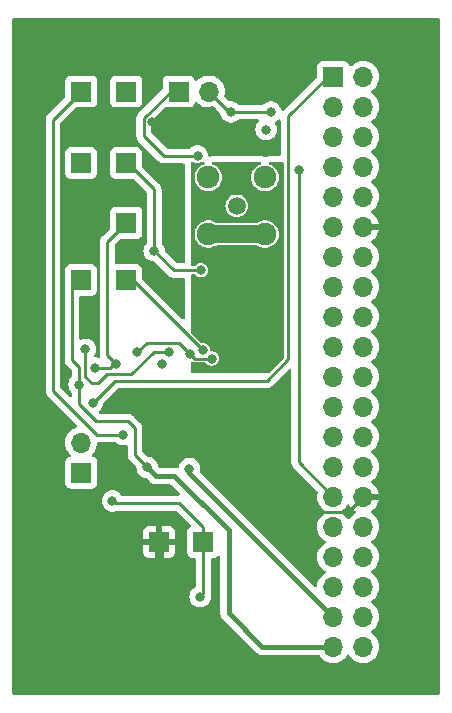
<source format=gbr>
%TF.GenerationSoftware,KiCad,Pcbnew,7.0.9*%
%TF.CreationDate,2024-09-05T13:52:43+09:00*%
%TF.ProjectId,STA5635,53544135-3633-4352-9e6b-696361645f70,rev?*%
%TF.SameCoordinates,Original*%
%TF.FileFunction,Copper,L2,Bot*%
%TF.FilePolarity,Positive*%
%FSLAX46Y46*%
G04 Gerber Fmt 4.6, Leading zero omitted, Abs format (unit mm)*
G04 Created by KiCad (PCBNEW 7.0.9) date 2024-09-05 13:52:43*
%MOMM*%
%LPD*%
G01*
G04 APERTURE LIST*
%TA.AperFunction,ComponentPad*%
%ADD10R,1.700000X1.700000*%
%TD*%
%TA.AperFunction,ComponentPad*%
%ADD11O,1.700000X1.700000*%
%TD*%
%TA.AperFunction,ComponentPad*%
%ADD12C,1.508000*%
%TD*%
%TA.AperFunction,ComponentPad*%
%ADD13C,1.920000*%
%TD*%
%TA.AperFunction,ViaPad*%
%ADD14C,0.800000*%
%TD*%
%TA.AperFunction,Conductor*%
%ADD15C,0.400000*%
%TD*%
%TA.AperFunction,Conductor*%
%ADD16C,0.250000*%
%TD*%
%TA.AperFunction,Conductor*%
%ADD17C,0.800000*%
%TD*%
%TA.AperFunction,Conductor*%
%ADD18C,1.500000*%
%TD*%
G04 APERTURE END LIST*
D10*
%TO.P,TP1,1,1*%
%TO.N,Net-(U1-RFA_IN)*%
X135483600Y-70180200D03*
%TD*%
%TO.P,TP10,1,1*%
%TO.N,GND*%
X138277600Y-102285800D03*
%TD*%
%TO.P,J3,1,Pin_1*%
%TO.N,Net-(J3-Pin_1)*%
X131699000Y-96398000D03*
D11*
%TO.P,J3,2,Pin_2*%
%TO.N,CHIP_EN*%
X131699000Y-93858000D03*
%TD*%
D10*
%TO.P,TP6,1,1*%
%TO.N,TCXO_IN*%
X131673600Y-80086200D03*
%TD*%
%TO.P,TP2,1,1*%
%TO.N,Net-(U1-LNA_OUT)*%
X135483600Y-80086200D03*
%TD*%
%TO.P,TP9,1,1*%
%TO.N,VDD*%
X135509000Y-64135000D03*
%TD*%
%TO.P,J4,1,Pin_1*%
%TO.N,Net-(J4-Pin_1)*%
X139954000Y-64135000D03*
D11*
%TO.P,J4,2,Pin_2*%
%TO.N,VDD*%
X142494000Y-64135000D03*
%TD*%
D12*
%TO.P,J2,1*%
%TO.N,Net-(C9-Pad2)*%
X144856200Y-73812400D03*
D13*
%TO.P,J2,G1*%
%TO.N,GND*%
X142456200Y-71412400D03*
%TO.P,J2,G2*%
X142456200Y-76212400D03*
%TO.P,J2,G3*%
X147256200Y-76212400D03*
%TO.P,J2,G4*%
X147256200Y-71412400D03*
%TD*%
D10*
%TO.P,TP5,1,1*%
%TO.N,1.1V*%
X135509000Y-75234800D03*
%TD*%
%TO.P,TP3,1,1*%
%TO.N,Net-(U1-VCC_IO)*%
X131699000Y-64135000D03*
%TD*%
%TO.P,J1,1,Pin_1*%
%TO.N,CHIP_EN*%
X153035000Y-62890400D03*
D11*
%TO.P,J1,2,Pin_2*%
%TO.N,unconnected-(J1-Pin_2-Pad2)*%
X155575000Y-62890400D03*
%TO.P,J1,3,Pin_3*%
%TO.N,unconnected-(J1-Pin_3-Pad3)*%
X153035000Y-65430400D03*
%TO.P,J1,4,Pin_4*%
%TO.N,unconnected-(J1-Pin_4-Pad4)*%
X155575000Y-65430400D03*
%TO.P,J1,5,Pin_5*%
%TO.N,unconnected-(J1-Pin_5-Pad5)*%
X153035000Y-67970400D03*
%TO.P,J1,6,Pin_6*%
%TO.N,unconnected-(J1-Pin_6-Pad6)*%
X155575000Y-67970400D03*
%TO.P,J1,7,Pin_7*%
%TO.N,unconnected-(J1-Pin_7-Pad7)*%
X153035000Y-70510400D03*
%TO.P,J1,8,Pin_8*%
%TO.N,unconnected-(J1-Pin_8-Pad8)*%
X155575000Y-70510400D03*
%TO.P,J1,9,Pin_9*%
%TO.N,unconnected-(J1-Pin_9-Pad9)*%
X153035000Y-73050400D03*
%TO.P,J1,10,Pin_10*%
%TO.N,unconnected-(J1-Pin_10-Pad10)*%
X155575000Y-73050400D03*
%TO.P,J1,11,Pin_11*%
%TO.N,5V*%
X153035000Y-75590400D03*
%TO.P,J1,12,Pin_12*%
%TO.N,GND*%
X155575000Y-75590400D03*
%TO.P,J1,13,Pin_13*%
%TO.N,Net-(J1-Pin_13)*%
X153035000Y-78130400D03*
%TO.P,J1,14,Pin_14*%
%TO.N,unconnected-(J1-Pin_14-Pad14)*%
X155575000Y-78130400D03*
%TO.P,J1,15,Pin_15*%
%TO.N,Net-(J1-Pin_15)*%
X153035000Y-80670400D03*
%TO.P,J1,16,Pin_16*%
%TO.N,unconnected-(J1-Pin_16-Pad16)*%
X155575000Y-80670400D03*
%TO.P,J1,17,Pin_17*%
%TO.N,Net-(J1-Pin_17)*%
X153035000Y-83210400D03*
%TO.P,J1,18,Pin_18*%
%TO.N,unconnected-(J1-Pin_18-Pad18)*%
X155575000Y-83210400D03*
%TO.P,J1,19,Pin_19*%
%TO.N,Net-(J1-Pin_19)*%
X153035000Y-85750400D03*
%TO.P,J1,20,Pin_20*%
%TO.N,unconnected-(J1-Pin_20-Pad20)*%
X155575000Y-85750400D03*
%TO.P,J1,21,Pin_21*%
%TO.N,Net-(J1-Pin_21)*%
X153035000Y-88290400D03*
%TO.P,J1,22,Pin_22*%
%TO.N,unconnected-(J1-Pin_22-Pad22)*%
X155575000Y-88290400D03*
%TO.P,J1,23,Pin_23*%
%TO.N,Net-(J1-Pin_23)*%
X153035000Y-90830400D03*
%TO.P,J1,24,Pin_24*%
%TO.N,unconnected-(J1-Pin_24-Pad24)*%
X155575000Y-90830400D03*
%TO.P,J1,25,Pin_25*%
%TO.N,Net-(J1-Pin_25)*%
X153035000Y-93370400D03*
%TO.P,J1,26,Pin_26*%
%TO.N,unconnected-(J1-Pin_26-Pad26)*%
X155575000Y-93370400D03*
%TO.P,J1,27,Pin_27*%
%TO.N,Net-(J1-Pin_27)*%
X153035000Y-95910400D03*
%TO.P,J1,28,Pin_28*%
%TO.N,unconnected-(J1-Pin_28-Pad28)*%
X155575000Y-95910400D03*
%TO.P,J1,29,Pin_29*%
%TO.N,VDD*%
X153035000Y-98450400D03*
%TO.P,J1,30,Pin_30*%
%TO.N,GND*%
X155575000Y-98450400D03*
%TO.P,J1,31,Pin_31*%
%TO.N,Net-(J1-Pin_31)*%
X153035000Y-100990400D03*
%TO.P,J1,32,Pin_32*%
%TO.N,unconnected-(J1-Pin_32-Pad32)*%
X155575000Y-100990400D03*
%TO.P,J1,33,Pin_33*%
%TO.N,Net-(J1-Pin_33)*%
X153035000Y-103530400D03*
%TO.P,J1,34,Pin_34*%
%TO.N,unconnected-(J1-Pin_34-Pad34)*%
X155575000Y-103530400D03*
%TO.P,J1,35,Pin_35*%
%TO.N,Net-(J1-Pin_35)*%
X153035000Y-106070400D03*
%TO.P,J1,36,Pin_36*%
%TO.N,unconnected-(J1-Pin_36-Pad36)*%
X155575000Y-106070400D03*
%TO.P,J1,37,Pin_37*%
%TO.N,Net-(J1-Pin_37)*%
X153035000Y-108610400D03*
%TO.P,J1,38,Pin_38*%
%TO.N,unconnected-(J1-Pin_38-Pad38)*%
X155575000Y-108610400D03*
%TO.P,J1,39,Pin_39*%
%TO.N,TCXO_IN*%
X153035000Y-111150400D03*
%TO.P,J1,40,Pin_40*%
%TO.N,unconnected-(J1-Pin_40-Pad40)*%
X155575000Y-111150400D03*
%TD*%
D10*
%TO.P,TP4,1,1*%
%TO.N,Net-(U1-V11_OUT_DIG)*%
X142036800Y-102285800D03*
%TD*%
%TO.P,TP8,1,1*%
%TO.N,Net-(U1-TP_IF_N{slash}Sense2(1))*%
X131673600Y-70180200D03*
%TD*%
D14*
%TO.N,GNDA*%
X144018000Y-80467200D03*
X143992600Y-83185000D03*
X143713200Y-87477600D03*
%TO.N,VDD*%
X132054600Y-85965700D03*
X139115800Y-86156800D03*
%TO.N,GND*%
X140843000Y-90678000D03*
X140843000Y-91821000D03*
X137721100Y-66725800D03*
X138557000Y-90678000D03*
X142748000Y-65811400D03*
X140843000Y-93091000D03*
X138557000Y-91821000D03*
X138557000Y-93091000D03*
X149047200Y-102768400D03*
X139700000Y-90678000D03*
X139700000Y-93091000D03*
X139700000Y-91821000D03*
X141102350Y-108635800D03*
%TO.N,VCC*%
X147345400Y-67360800D03*
%TO.N,TCXO_IN*%
X131521200Y-88950800D03*
%TO.N,CHIP_EN*%
X132664200Y-90500200D03*
%TO.N,Net-(U1-VCC_IO)*%
X135261985Y-93185615D03*
%TO.N,Net-(U1-V11_OUT_DIG)*%
X134340600Y-98806000D03*
X141762750Y-106908600D03*
%TO.N,VDD*%
X150114000Y-70739000D03*
X147751800Y-65862200D03*
X144373600Y-65862200D03*
%TO.N,Net-(U1-TP_IF_N{slash}Sense2(1))*%
X138519500Y-87193901D03*
%TO.N,TCXO_IN*%
X137287000Y-95961200D03*
%TO.N,Net-(J1-Pin_37)*%
X140843000Y-96062800D03*
%TO.N,Net-(J4-Pin_1)*%
X141554200Y-69596000D03*
%TO.N,Net-(U1-RFA_IN)*%
X141808200Y-79273400D03*
X137871200Y-77622400D03*
%TO.N,Net-(U1-LNA_OUT)*%
X141986000Y-86016500D03*
%TO.N,1.1V*%
X134670800Y-87198200D03*
X136448800Y-86220900D03*
X140906500Y-86321900D03*
X142748000Y-86741000D03*
X132867400Y-87528400D03*
%TD*%
D15*
%TO.N,TCXO_IN*%
X144170400Y-108280200D02*
X147040600Y-111150400D01*
X144170400Y-101295200D02*
X144170400Y-108280200D01*
X139573000Y-96697800D02*
X144170400Y-101295200D01*
X138023600Y-96697800D02*
X139573000Y-96697800D01*
X137287000Y-95961200D02*
X138023600Y-96697800D01*
X147040600Y-111150400D02*
X153035000Y-111150400D01*
D16*
X136245600Y-94919800D02*
X137287000Y-95961200D01*
X136245600Y-92633800D02*
X136245600Y-94919800D01*
X135661400Y-92049600D02*
X136245600Y-92633800D01*
X132969000Y-92049600D02*
X135661400Y-92049600D01*
X131521200Y-90601800D02*
X132969000Y-92049600D01*
X131521200Y-88950800D02*
X131521200Y-90601800D01*
%TO.N,VDD*%
X132054600Y-88265000D02*
X132054600Y-85965700D01*
X132613400Y-88823800D02*
X132054600Y-88265000D01*
X133121400Y-88823800D02*
X132613400Y-88823800D01*
X133858000Y-88087200D02*
X133121400Y-88823800D01*
X135915400Y-88087200D02*
X133858000Y-88087200D01*
X137845800Y-86156800D02*
X135915400Y-88087200D01*
X139115800Y-86156800D02*
X137845800Y-86156800D01*
%TO.N,1.1V*%
X140004800Y-85420200D02*
X140906500Y-86321900D01*
X137249500Y-85420200D02*
X140004800Y-85420200D01*
X136448800Y-86220900D02*
X137249500Y-85420200D01*
X132867400Y-87528400D02*
X134112000Y-87528400D01*
X134112000Y-87528400D02*
X134442200Y-87198200D01*
X134442200Y-87198200D02*
X134670800Y-87198200D01*
D17*
%TO.N,GND*%
X138277600Y-105811050D02*
X138277600Y-102285800D01*
D16*
X138635500Y-65811400D02*
X142748000Y-65811400D01*
X150825200Y-99745800D02*
X149047200Y-101523800D01*
D17*
X141102350Y-108635800D02*
X138277600Y-105811050D01*
D16*
X155575000Y-98450400D02*
X154279600Y-99745800D01*
X154279600Y-99745800D02*
X150825200Y-99745800D01*
D18*
X142456200Y-76212400D02*
X147256200Y-76212400D01*
D16*
X149047200Y-101523800D02*
X149047200Y-102768400D01*
X137721100Y-66725800D02*
X138635500Y-65811400D01*
%TO.N,TCXO_IN*%
X131521200Y-88950800D02*
X131521200Y-87452200D01*
X131521200Y-87452200D02*
X130911600Y-86842600D01*
X130911600Y-86842600D02*
X130911600Y-80848200D01*
X130911600Y-80848200D02*
X131673600Y-80086200D01*
%TO.N,CHIP_EN*%
X132664200Y-90500200D02*
X134543800Y-88620600D01*
X149199600Y-66243200D02*
X152552400Y-62890400D01*
X152552400Y-62890400D02*
X153035000Y-62890400D01*
X147396200Y-88620600D02*
X149199600Y-86817200D01*
X134543800Y-88620600D02*
X147396200Y-88620600D01*
X149199600Y-86817200D02*
X149199600Y-66243200D01*
%TO.N,Net-(U1-VCC_IO)*%
X129311400Y-66522600D02*
X129311400Y-89458800D01*
X129311400Y-89458800D02*
X133038215Y-93185615D01*
X135261985Y-93185615D02*
X134943215Y-93185615D01*
X131699000Y-64135000D02*
X129311400Y-66522600D01*
X133038215Y-93185615D02*
X135261985Y-93185615D01*
%TO.N,Net-(U1-V11_OUT_DIG)*%
X140004800Y-98983800D02*
X134518400Y-98983800D01*
X142036800Y-102285800D02*
X142036800Y-101015800D01*
X134518400Y-98983800D02*
X134340600Y-98806000D01*
X141762750Y-106908600D02*
X142036800Y-106634550D01*
X142036800Y-101015800D02*
X140004800Y-98983800D01*
X142036800Y-106634550D02*
X142036800Y-102285800D01*
%TO.N,VDD*%
X150114000Y-95529400D02*
X153035000Y-98450400D01*
X147751800Y-65862200D02*
X144373600Y-65862200D01*
X144373600Y-65862200D02*
X144221200Y-65862200D01*
X150114000Y-70739000D02*
X150114000Y-95529400D01*
X144221200Y-65862200D02*
X142494000Y-64135000D01*
D15*
%TO.N,Net-(J1-Pin_37)*%
X153035000Y-108610400D02*
X140843000Y-96418400D01*
X140843000Y-96418400D02*
X140843000Y-96062800D01*
D16*
%TO.N,Net-(J4-Pin_1)*%
X139268200Y-64135000D02*
X139954000Y-64135000D01*
X136996100Y-67908100D02*
X136996100Y-66407100D01*
X138684000Y-69596000D02*
X136996100Y-67908100D01*
X136996100Y-66407100D02*
X139268200Y-64135000D01*
X141554200Y-69596000D02*
X138684000Y-69596000D01*
%TO.N,Net-(U1-RFA_IN)*%
X137871200Y-72415400D02*
X137871200Y-77622400D01*
X141808200Y-79273400D02*
X139522200Y-79273400D01*
X135483600Y-70180200D02*
X135636000Y-70180200D01*
X135636000Y-70180200D02*
X137871200Y-72415400D01*
X139522200Y-79273400D02*
X137871200Y-77622400D01*
%TO.N,Net-(U1-LNA_OUT)*%
X141986000Y-86016500D02*
X136055700Y-80086200D01*
X136055700Y-80086200D02*
X135483600Y-80086200D01*
%TO.N,1.1V*%
X142748000Y-86741000D02*
X141325600Y-86741000D01*
X133908800Y-86436200D02*
X133908800Y-76835000D01*
X141325600Y-86741000D02*
X140906500Y-86321900D01*
X134670800Y-87198200D02*
X133908800Y-86436200D01*
X133908800Y-76835000D02*
X135509000Y-75234800D01*
%TD*%
%TA.AperFunction,Conductor*%
%TO.N,GND*%
G36*
X149407834Y-87596069D02*
G01*
X149463767Y-87637941D01*
X149488184Y-87703405D01*
X149488500Y-87712251D01*
X149488500Y-95446655D01*
X149486775Y-95462272D01*
X149487061Y-95462299D01*
X149486326Y-95470065D01*
X149488500Y-95539214D01*
X149488500Y-95568743D01*
X149488501Y-95568760D01*
X149489368Y-95575631D01*
X149489826Y-95581450D01*
X149491290Y-95628024D01*
X149491291Y-95628027D01*
X149496880Y-95647267D01*
X149500824Y-95666311D01*
X149503336Y-95686192D01*
X149506632Y-95694516D01*
X149520490Y-95729519D01*
X149522382Y-95735047D01*
X149535381Y-95779788D01*
X149545580Y-95797034D01*
X149554138Y-95814503D01*
X149561514Y-95833132D01*
X149588898Y-95870823D01*
X149592106Y-95875707D01*
X149615826Y-95915814D01*
X149615833Y-95915824D01*
X149629990Y-95929980D01*
X149642628Y-95944776D01*
X149654405Y-95960986D01*
X149654406Y-95960987D01*
X149690309Y-95990688D01*
X149694620Y-95994610D01*
X151279006Y-97578997D01*
X151694761Y-97994752D01*
X151728246Y-98056075D01*
X151726855Y-98114524D01*
X151699937Y-98214989D01*
X151699937Y-98214990D01*
X151679341Y-98450399D01*
X151679341Y-98450400D01*
X151699936Y-98685803D01*
X151699938Y-98685813D01*
X151761094Y-98914055D01*
X151761096Y-98914059D01*
X151761097Y-98914063D01*
X151844155Y-99092181D01*
X151860965Y-99128230D01*
X151860967Y-99128234D01*
X151893207Y-99174277D01*
X151996501Y-99321796D01*
X151996506Y-99321802D01*
X152163597Y-99488893D01*
X152163603Y-99488898D01*
X152349158Y-99618825D01*
X152392783Y-99673402D01*
X152399977Y-99742900D01*
X152368454Y-99805255D01*
X152349158Y-99821975D01*
X152163597Y-99951905D01*
X151996505Y-100118997D01*
X151860965Y-100312569D01*
X151860964Y-100312571D01*
X151761098Y-100526735D01*
X151761094Y-100526744D01*
X151699938Y-100754986D01*
X151699936Y-100754996D01*
X151679341Y-100990399D01*
X151679341Y-100990400D01*
X151699936Y-101225803D01*
X151699938Y-101225813D01*
X151761094Y-101454055D01*
X151761096Y-101454059D01*
X151761097Y-101454063D01*
X151765000Y-101462432D01*
X151860965Y-101668230D01*
X151860967Y-101668234D01*
X151908641Y-101736319D01*
X151996501Y-101861796D01*
X151996506Y-101861802D01*
X152163597Y-102028893D01*
X152163603Y-102028898D01*
X152349158Y-102158825D01*
X152392783Y-102213402D01*
X152399977Y-102282900D01*
X152368454Y-102345255D01*
X152349158Y-102361975D01*
X152163597Y-102491905D01*
X151996505Y-102658997D01*
X151860965Y-102852569D01*
X151860964Y-102852571D01*
X151761098Y-103066735D01*
X151761094Y-103066744D01*
X151699938Y-103294986D01*
X151699936Y-103294996D01*
X151679341Y-103530399D01*
X151679341Y-103530400D01*
X151699936Y-103765803D01*
X151699938Y-103765813D01*
X151761094Y-103994055D01*
X151761096Y-103994059D01*
X151761097Y-103994063D01*
X151765000Y-104002432D01*
X151860965Y-104208230D01*
X151860967Y-104208234D01*
X151969281Y-104362921D01*
X151996501Y-104401796D01*
X151996506Y-104401802D01*
X152163597Y-104568893D01*
X152163603Y-104568898D01*
X152349158Y-104698825D01*
X152392783Y-104753402D01*
X152399977Y-104822900D01*
X152368454Y-104885255D01*
X152349158Y-104901975D01*
X152163597Y-105031905D01*
X151996505Y-105198997D01*
X151860965Y-105392569D01*
X151860964Y-105392571D01*
X151761098Y-105606735D01*
X151761094Y-105606744D01*
X151699938Y-105834986D01*
X151699936Y-105834996D01*
X151686935Y-105983596D01*
X151661482Y-106048665D01*
X151604891Y-106089643D01*
X151535129Y-106093521D01*
X151475726Y-106060469D01*
X141764564Y-96349307D01*
X141731079Y-96287984D01*
X141728924Y-96248672D01*
X141748460Y-96062800D01*
X141728674Y-95874544D01*
X141670179Y-95694516D01*
X141575533Y-95530584D01*
X141448871Y-95389912D01*
X141448870Y-95389911D01*
X141295734Y-95278651D01*
X141295729Y-95278648D01*
X141122807Y-95201657D01*
X141122802Y-95201655D01*
X140974756Y-95170188D01*
X140937646Y-95162300D01*
X140748354Y-95162300D01*
X140715897Y-95169198D01*
X140563197Y-95201655D01*
X140563192Y-95201657D01*
X140390270Y-95278648D01*
X140390265Y-95278651D01*
X140237129Y-95389911D01*
X140110466Y-95530585D01*
X140015821Y-95694515D01*
X140015818Y-95694522D01*
X139960103Y-95865997D01*
X139957326Y-95874544D01*
X139952356Y-95921836D01*
X139925771Y-95986451D01*
X139868474Y-96026435D01*
X139798655Y-96029095D01*
X139790157Y-96026136D01*
X139790095Y-96026337D01*
X139782930Y-96024104D01*
X139772946Y-96022274D01*
X139751343Y-96016251D01*
X139741874Y-96012660D01*
X139741870Y-96012659D01*
X139680313Y-96005184D01*
X139676612Y-96004621D01*
X139615608Y-95993442D01*
X139615603Y-95993442D01*
X139553697Y-95997187D01*
X139549952Y-95997300D01*
X138365119Y-95997300D01*
X138298080Y-95977615D01*
X138277438Y-95960981D01*
X138213503Y-95897046D01*
X138180018Y-95835723D01*
X138177865Y-95822343D01*
X138172674Y-95772944D01*
X138160360Y-95735047D01*
X138114181Y-95592922D01*
X138114180Y-95592921D01*
X138114179Y-95592916D01*
X138019533Y-95428984D01*
X137892871Y-95288312D01*
X137879570Y-95278648D01*
X137739734Y-95177051D01*
X137739729Y-95177048D01*
X137566807Y-95100057D01*
X137566802Y-95100055D01*
X137421001Y-95069065D01*
X137381646Y-95060700D01*
X137381645Y-95060700D01*
X137322452Y-95060700D01*
X137255413Y-95041015D01*
X137234771Y-95024381D01*
X136907419Y-94697028D01*
X136873934Y-94635705D01*
X136871100Y-94609347D01*
X136871100Y-92716542D01*
X136872824Y-92700922D01*
X136872539Y-92700895D01*
X136873273Y-92693133D01*
X136871100Y-92623972D01*
X136871100Y-92594456D01*
X136871100Y-92594450D01*
X136870231Y-92587579D01*
X136869773Y-92581752D01*
X136869490Y-92572743D01*
X136868310Y-92535173D01*
X136862719Y-92515930D01*
X136858773Y-92496878D01*
X136856264Y-92477008D01*
X136839104Y-92433667D01*
X136837224Y-92428179D01*
X136824218Y-92383410D01*
X136814022Y-92366170D01*
X136805461Y-92348694D01*
X136798087Y-92330070D01*
X136798086Y-92330068D01*
X136770679Y-92292345D01*
X136767488Y-92287486D01*
X136743772Y-92247383D01*
X136743765Y-92247374D01*
X136729606Y-92233215D01*
X136716968Y-92218419D01*
X136705194Y-92202213D01*
X136704906Y-92201975D01*
X136669288Y-92172509D01*
X136664976Y-92168586D01*
X136162203Y-91665812D01*
X136152380Y-91653550D01*
X136152159Y-91653734D01*
X136147186Y-91647723D01*
X136096764Y-91600373D01*
X136086319Y-91589928D01*
X136075875Y-91579483D01*
X136070386Y-91575225D01*
X136065961Y-91571447D01*
X136031982Y-91539538D01*
X136031980Y-91539536D01*
X136031977Y-91539535D01*
X136014429Y-91529888D01*
X135998163Y-91519204D01*
X135982336Y-91506927D01*
X135982335Y-91506926D01*
X135982333Y-91506925D01*
X135939568Y-91488418D01*
X135934322Y-91485848D01*
X135893493Y-91463403D01*
X135893492Y-91463402D01*
X135874093Y-91458422D01*
X135855681Y-91452118D01*
X135837298Y-91444162D01*
X135837292Y-91444160D01*
X135791274Y-91436872D01*
X135785552Y-91435687D01*
X135740421Y-91424100D01*
X135740419Y-91424100D01*
X135720384Y-91424100D01*
X135700986Y-91422573D01*
X135693562Y-91421397D01*
X135681205Y-91419440D01*
X135681204Y-91419440D01*
X135634816Y-91423825D01*
X135628978Y-91424100D01*
X133306215Y-91424100D01*
X133239176Y-91404415D01*
X133193421Y-91351611D01*
X133183477Y-91282453D01*
X133212502Y-91218897D01*
X133233330Y-91199782D01*
X133241530Y-91193823D01*
X133270071Y-91173088D01*
X133396733Y-91032416D01*
X133491379Y-90868484D01*
X133549874Y-90688456D01*
X133567521Y-90520544D01*
X133594104Y-90455934D01*
X133603151Y-90445838D01*
X134766572Y-89282419D01*
X134827895Y-89248934D01*
X134854253Y-89246100D01*
X147313457Y-89246100D01*
X147329077Y-89247824D01*
X147329104Y-89247539D01*
X147336860Y-89248271D01*
X147336867Y-89248273D01*
X147406014Y-89246100D01*
X147435550Y-89246100D01*
X147442428Y-89245230D01*
X147448241Y-89244772D01*
X147494827Y-89243309D01*
X147514069Y-89237717D01*
X147533112Y-89233774D01*
X147552992Y-89231264D01*
X147596322Y-89214107D01*
X147601846Y-89212217D01*
X147605596Y-89211127D01*
X147646590Y-89199218D01*
X147663829Y-89189022D01*
X147681303Y-89180462D01*
X147699927Y-89173088D01*
X147699927Y-89173087D01*
X147699932Y-89173086D01*
X147737649Y-89145682D01*
X147742505Y-89142492D01*
X147782620Y-89118770D01*
X147796789Y-89104599D01*
X147811579Y-89091968D01*
X147827787Y-89080194D01*
X147857499Y-89044276D01*
X147861412Y-89039976D01*
X149276820Y-87624568D01*
X149338142Y-87591085D01*
X149407834Y-87596069D01*
G37*
%TD.AperFunction*%
%TA.AperFunction,Conductor*%
G36*
X154390160Y-99116510D02*
G01*
X154406879Y-99135805D01*
X154536890Y-99321478D01*
X154703917Y-99488505D01*
X154889595Y-99618519D01*
X154933219Y-99673096D01*
X154940412Y-99742595D01*
X154908890Y-99804949D01*
X154889595Y-99821669D01*
X154703594Y-99951908D01*
X154536505Y-100118997D01*
X154406575Y-100304558D01*
X154351998Y-100348183D01*
X154282500Y-100355377D01*
X154220145Y-100323854D01*
X154203425Y-100304558D01*
X154073494Y-100118997D01*
X153906402Y-99951906D01*
X153906396Y-99951901D01*
X153720842Y-99821975D01*
X153677217Y-99767398D01*
X153670023Y-99697900D01*
X153701546Y-99635545D01*
X153720842Y-99618825D01*
X153743026Y-99603291D01*
X153906401Y-99488895D01*
X154073495Y-99321801D01*
X154203730Y-99135805D01*
X154258307Y-99092181D01*
X154327805Y-99084987D01*
X154390160Y-99116510D01*
G37*
%TD.AperFunction*%
%TA.AperFunction,Conductor*%
G36*
X145770527Y-75787085D02*
G01*
X145816282Y-75839889D01*
X145826226Y-75909047D01*
X145823694Y-75921840D01*
X145811176Y-75971271D01*
X145791196Y-76212394D01*
X145791196Y-76212405D01*
X145811176Y-76453528D01*
X145823694Y-76502960D01*
X145821069Y-76572780D01*
X145781113Y-76630098D01*
X145716511Y-76656714D01*
X145703488Y-76657400D01*
X144008912Y-76657400D01*
X143941873Y-76637715D01*
X143896118Y-76584911D01*
X143886174Y-76515753D01*
X143888706Y-76502960D01*
X143901223Y-76453528D01*
X143921204Y-76212405D01*
X143921204Y-76212394D01*
X143901223Y-75971271D01*
X143888706Y-75921840D01*
X143891331Y-75852020D01*
X143931287Y-75794702D01*
X143995889Y-75768086D01*
X144008912Y-75767400D01*
X145703488Y-75767400D01*
X145770527Y-75787085D01*
G37*
%TD.AperFunction*%
%TA.AperFunction,Conductor*%
G36*
X141472418Y-65030417D02*
G01*
X141500673Y-65051569D01*
X141622599Y-65173495D01*
X141706611Y-65232321D01*
X141816165Y-65309032D01*
X141816167Y-65309033D01*
X141816170Y-65309035D01*
X142030337Y-65408903D01*
X142258592Y-65470063D01*
X142435034Y-65485500D01*
X142493999Y-65490659D01*
X142494000Y-65490659D01*
X142494001Y-65490659D01*
X142552966Y-65485500D01*
X142729408Y-65470063D01*
X142829873Y-65443143D01*
X142899722Y-65444806D01*
X142949647Y-65475237D01*
X143452537Y-65978127D01*
X143486022Y-66039450D01*
X143487378Y-66047880D01*
X143487927Y-66050460D01*
X143546418Y-66230477D01*
X143546421Y-66230484D01*
X143641067Y-66394416D01*
X143738651Y-66502794D01*
X143767729Y-66535088D01*
X143920865Y-66646348D01*
X143920870Y-66646351D01*
X144093792Y-66723342D01*
X144093797Y-66723344D01*
X144278954Y-66762700D01*
X144278955Y-66762700D01*
X144468244Y-66762700D01*
X144468246Y-66762700D01*
X144653403Y-66723344D01*
X144826330Y-66646351D01*
X144979471Y-66535088D01*
X144983386Y-66530740D01*
X144985200Y-66528726D01*
X145044687Y-66492079D01*
X145077348Y-66487700D01*
X146641292Y-66487700D01*
X146708331Y-66507385D01*
X146754086Y-66560189D01*
X146764030Y-66629347D01*
X146735005Y-66692903D01*
X146733442Y-66694672D01*
X146612866Y-66828585D01*
X146518221Y-66992515D01*
X146518218Y-66992522D01*
X146483622Y-67098999D01*
X146459726Y-67172544D01*
X146439940Y-67360800D01*
X146459726Y-67549056D01*
X146459727Y-67549059D01*
X146518218Y-67729077D01*
X146518221Y-67729084D01*
X146612867Y-67893016D01*
X146715253Y-68006727D01*
X146739529Y-68033688D01*
X146892665Y-68144948D01*
X146892670Y-68144951D01*
X147065592Y-68221942D01*
X147065597Y-68221944D01*
X147250754Y-68261300D01*
X147250755Y-68261300D01*
X147440044Y-68261300D01*
X147440046Y-68261300D01*
X147625203Y-68221944D01*
X147798130Y-68144951D01*
X147951271Y-68033688D01*
X148077933Y-67893016D01*
X148172579Y-67729084D01*
X148231074Y-67549056D01*
X148250860Y-67360800D01*
X148231074Y-67172544D01*
X148172579Y-66992516D01*
X148088981Y-66847719D01*
X148072508Y-66779818D01*
X148095361Y-66713791D01*
X148145929Y-66672442D01*
X148204530Y-66646351D01*
X148357671Y-66535088D01*
X148357949Y-66534778D01*
X148358155Y-66534651D01*
X148362500Y-66530740D01*
X148363215Y-66531534D01*
X148417436Y-66498130D01*
X148487293Y-66499459D01*
X148545341Y-66538345D01*
X148573151Y-66602442D01*
X148574100Y-66617750D01*
X148574100Y-69449100D01*
X148554415Y-69516139D01*
X148501611Y-69561894D01*
X148450100Y-69573100D01*
X147689134Y-69573100D01*
X147567214Y-69588024D01*
X147567206Y-69588026D01*
X147509158Y-69602453D01*
X147394439Y-69646343D01*
X147394435Y-69646345D01*
X147332057Y-69691826D01*
X147266290Y-69715416D01*
X147198210Y-69699704D01*
X147177804Y-69685344D01*
X147163596Y-69673033D01*
X147163595Y-69673032D01*
X147163591Y-69673030D01*
X147032725Y-69613264D01*
X147032720Y-69613262D01*
X147032719Y-69613262D01*
X147010118Y-69606625D01*
X146965685Y-69593578D01*
X146965679Y-69593576D01*
X146880226Y-69581290D01*
X146823260Y-69573100D01*
X142889140Y-69573100D01*
X142889134Y-69573100D01*
X142767214Y-69588024D01*
X142767206Y-69588026D01*
X142709163Y-69602452D01*
X142692328Y-69608893D01*
X142620711Y-69636292D01*
X142551066Y-69641861D01*
X142489464Y-69608893D01*
X142455465Y-69547853D01*
X142453086Y-69533451D01*
X142439874Y-69407744D01*
X142381379Y-69227716D01*
X142286733Y-69063784D01*
X142160071Y-68923112D01*
X142160070Y-68923111D01*
X142006934Y-68811851D01*
X142006929Y-68811848D01*
X141834007Y-68734857D01*
X141834002Y-68734855D01*
X141688201Y-68703865D01*
X141648846Y-68695500D01*
X141459554Y-68695500D01*
X141427097Y-68702398D01*
X141274397Y-68734855D01*
X141274392Y-68734857D01*
X141101470Y-68811848D01*
X141101465Y-68811851D01*
X140948330Y-68923110D01*
X140948326Y-68923114D01*
X140942600Y-68929474D01*
X140883113Y-68966121D01*
X140850452Y-68970500D01*
X138994452Y-68970500D01*
X138927413Y-68950815D01*
X138906771Y-68934181D01*
X137657919Y-67685328D01*
X137624434Y-67624005D01*
X137621600Y-67597647D01*
X137621600Y-66717551D01*
X137641285Y-66650512D01*
X137657914Y-66629874D01*
X138803372Y-65484416D01*
X138864693Y-65450933D01*
X138934384Y-65455917D01*
X138996517Y-65479091D01*
X138996516Y-65479091D01*
X139003444Y-65479835D01*
X139056127Y-65485500D01*
X140851872Y-65485499D01*
X140911483Y-65479091D01*
X141046331Y-65428796D01*
X141161546Y-65342546D01*
X141247796Y-65227331D01*
X141296810Y-65095916D01*
X141338681Y-65039984D01*
X141404145Y-65015566D01*
X141472418Y-65030417D01*
G37*
%TD.AperFunction*%
%TA.AperFunction,Conductor*%
G36*
X161995039Y-57931685D02*
G01*
X162040794Y-57984489D01*
X162052000Y-58036000D01*
X162052000Y-115065000D01*
X162032315Y-115132039D01*
X161979511Y-115177794D01*
X161928000Y-115189000D01*
X125981000Y-115189000D01*
X125913961Y-115169315D01*
X125868206Y-115116511D01*
X125857000Y-115065000D01*
X125857000Y-103183644D01*
X136927600Y-103183644D01*
X136934001Y-103243172D01*
X136934003Y-103243179D01*
X136984245Y-103377886D01*
X136984249Y-103377893D01*
X137070409Y-103492987D01*
X137070412Y-103492990D01*
X137185506Y-103579150D01*
X137185513Y-103579154D01*
X137320220Y-103629396D01*
X137320227Y-103629398D01*
X137379755Y-103635799D01*
X137379772Y-103635800D01*
X138027600Y-103635800D01*
X138027600Y-102721301D01*
X138135285Y-102770480D01*
X138241837Y-102785800D01*
X138313363Y-102785800D01*
X138419915Y-102770480D01*
X138527600Y-102721301D01*
X138527600Y-103635800D01*
X139175428Y-103635800D01*
X139175444Y-103635799D01*
X139234972Y-103629398D01*
X139234979Y-103629396D01*
X139369686Y-103579154D01*
X139369693Y-103579150D01*
X139484787Y-103492990D01*
X139484790Y-103492987D01*
X139570950Y-103377893D01*
X139570954Y-103377886D01*
X139621196Y-103243179D01*
X139621198Y-103243172D01*
X139627599Y-103183644D01*
X139627600Y-103183627D01*
X139627600Y-102535800D01*
X138711286Y-102535800D01*
X138737093Y-102495644D01*
X138777600Y-102357689D01*
X138777600Y-102213911D01*
X138737093Y-102075956D01*
X138711286Y-102035800D01*
X139627600Y-102035800D01*
X139627600Y-101387972D01*
X139627599Y-101387955D01*
X139621198Y-101328427D01*
X139621196Y-101328420D01*
X139570954Y-101193713D01*
X139570950Y-101193706D01*
X139484790Y-101078612D01*
X139484787Y-101078609D01*
X139369693Y-100992449D01*
X139369686Y-100992445D01*
X139234979Y-100942203D01*
X139234972Y-100942201D01*
X139175444Y-100935800D01*
X138527600Y-100935800D01*
X138527600Y-101850298D01*
X138419915Y-101801120D01*
X138313363Y-101785800D01*
X138241837Y-101785800D01*
X138135285Y-101801120D01*
X138027600Y-101850298D01*
X138027600Y-100935800D01*
X137379755Y-100935800D01*
X137320227Y-100942201D01*
X137320220Y-100942203D01*
X137185513Y-100992445D01*
X137185506Y-100992449D01*
X137070412Y-101078609D01*
X137070409Y-101078612D01*
X136984249Y-101193706D01*
X136984245Y-101193713D01*
X136934003Y-101328420D01*
X136934001Y-101328427D01*
X136927600Y-101387955D01*
X136927600Y-102035800D01*
X137843914Y-102035800D01*
X137818107Y-102075956D01*
X137777600Y-102213911D01*
X137777600Y-102357689D01*
X137818107Y-102495644D01*
X137843914Y-102535800D01*
X136927600Y-102535800D01*
X136927600Y-103183644D01*
X125857000Y-103183644D01*
X125857000Y-66502795D01*
X128681240Y-66502795D01*
X128685625Y-66549183D01*
X128685900Y-66555021D01*
X128685900Y-89376055D01*
X128684175Y-89391672D01*
X128684461Y-89391699D01*
X128683726Y-89399465D01*
X128685900Y-89468614D01*
X128685900Y-89498143D01*
X128685901Y-89498160D01*
X128686768Y-89505031D01*
X128687226Y-89510850D01*
X128688690Y-89557424D01*
X128688691Y-89557427D01*
X128694280Y-89576667D01*
X128698224Y-89595711D01*
X128699005Y-89601887D01*
X128700736Y-89615591D01*
X128717890Y-89658919D01*
X128719782Y-89664447D01*
X128732781Y-89709188D01*
X128742980Y-89726434D01*
X128751538Y-89743903D01*
X128758914Y-89762532D01*
X128786298Y-89800223D01*
X128789506Y-89805107D01*
X128813227Y-89845216D01*
X128813233Y-89845224D01*
X128827390Y-89859380D01*
X128840028Y-89874176D01*
X128851805Y-89890386D01*
X128851806Y-89890387D01*
X128887709Y-89920088D01*
X128892020Y-89924010D01*
X130836902Y-91868893D01*
X131333296Y-92365287D01*
X131366781Y-92426610D01*
X131361797Y-92496302D01*
X131319925Y-92552235D01*
X131277709Y-92572743D01*
X131235342Y-92584095D01*
X131235335Y-92584098D01*
X131021171Y-92683964D01*
X131021169Y-92683965D01*
X130827597Y-92819505D01*
X130660505Y-92986597D01*
X130524965Y-93180169D01*
X130524964Y-93180171D01*
X130425098Y-93394335D01*
X130425094Y-93394344D01*
X130363938Y-93622586D01*
X130363936Y-93622596D01*
X130343341Y-93857999D01*
X130343341Y-93858000D01*
X130363936Y-94093403D01*
X130363938Y-94093413D01*
X130425094Y-94321655D01*
X130425096Y-94321659D01*
X130425097Y-94321663D01*
X130524965Y-94535830D01*
X130524967Y-94535834D01*
X130565277Y-94593402D01*
X130660501Y-94729396D01*
X130660506Y-94729402D01*
X130782430Y-94851326D01*
X130815915Y-94912649D01*
X130810931Y-94982341D01*
X130769059Y-95038274D01*
X130738083Y-95055189D01*
X130606669Y-95104203D01*
X130606664Y-95104206D01*
X130491455Y-95190452D01*
X130491452Y-95190455D01*
X130405206Y-95305664D01*
X130405202Y-95305671D01*
X130354908Y-95440517D01*
X130348501Y-95500116D01*
X130348501Y-95500123D01*
X130348500Y-95500135D01*
X130348500Y-97295870D01*
X130348501Y-97295876D01*
X130354908Y-97355483D01*
X130405202Y-97490328D01*
X130405206Y-97490335D01*
X130491452Y-97605544D01*
X130491455Y-97605547D01*
X130606664Y-97691793D01*
X130606671Y-97691797D01*
X130741517Y-97742091D01*
X130741516Y-97742091D01*
X130748444Y-97742835D01*
X130801127Y-97748500D01*
X132596872Y-97748499D01*
X132656483Y-97742091D01*
X132791331Y-97691796D01*
X132906546Y-97605546D01*
X132992796Y-97490331D01*
X133043091Y-97355483D01*
X133049500Y-97295873D01*
X133049499Y-95500128D01*
X133043091Y-95440517D01*
X133038789Y-95428984D01*
X132992797Y-95305671D01*
X132992793Y-95305664D01*
X132906547Y-95190455D01*
X132906544Y-95190452D01*
X132791335Y-95104206D01*
X132791328Y-95104202D01*
X132659917Y-95055189D01*
X132603983Y-95013318D01*
X132579566Y-94947853D01*
X132594418Y-94879580D01*
X132615563Y-94851332D01*
X132737495Y-94729401D01*
X132873035Y-94535830D01*
X132972903Y-94321663D01*
X133034063Y-94093408D01*
X133048858Y-93924307D01*
X133074311Y-93859239D01*
X133130902Y-93818260D01*
X133172386Y-93811115D01*
X134558237Y-93811115D01*
X134625276Y-93830800D01*
X134650385Y-93852141D01*
X134656111Y-93858500D01*
X134656115Y-93858504D01*
X134809250Y-93969763D01*
X134809255Y-93969766D01*
X134982177Y-94046757D01*
X134982182Y-94046759D01*
X135167339Y-94086115D01*
X135167340Y-94086115D01*
X135356629Y-94086115D01*
X135356631Y-94086115D01*
X135470319Y-94061950D01*
X135539986Y-94067266D01*
X135595720Y-94109403D01*
X135619825Y-94174983D01*
X135620100Y-94183240D01*
X135620100Y-94837055D01*
X135618375Y-94852672D01*
X135618661Y-94852699D01*
X135617926Y-94860465D01*
X135620100Y-94929614D01*
X135620100Y-94959143D01*
X135620101Y-94959160D01*
X135620968Y-94966031D01*
X135621426Y-94971850D01*
X135622890Y-95018424D01*
X135622891Y-95018427D01*
X135628480Y-95037667D01*
X135632424Y-95056711D01*
X135634936Y-95076592D01*
X135644226Y-95100056D01*
X135652090Y-95119919D01*
X135653982Y-95125447D01*
X135664689Y-95162300D01*
X135666982Y-95170190D01*
X135671039Y-95177051D01*
X135677180Y-95187434D01*
X135685738Y-95204903D01*
X135693114Y-95223532D01*
X135720498Y-95261223D01*
X135723706Y-95266107D01*
X135747427Y-95306216D01*
X135747433Y-95306224D01*
X135761590Y-95320380D01*
X135774228Y-95335176D01*
X135786005Y-95351386D01*
X135786006Y-95351387D01*
X135821909Y-95381088D01*
X135826220Y-95385010D01*
X136220997Y-95779788D01*
X136348038Y-95906829D01*
X136381523Y-95968152D01*
X136383678Y-95981548D01*
X136390908Y-96050329D01*
X136401326Y-96149456D01*
X136401327Y-96149459D01*
X136459818Y-96329477D01*
X136459821Y-96329484D01*
X136554467Y-96493416D01*
X136607772Y-96552617D01*
X136681129Y-96634088D01*
X136834265Y-96745348D01*
X136834270Y-96745351D01*
X137007191Y-96822342D01*
X137007193Y-96822342D01*
X137007197Y-96822344D01*
X137162130Y-96855275D01*
X137223607Y-96888466D01*
X137224026Y-96888883D01*
X137511999Y-97176856D01*
X137514535Y-97179550D01*
X137555671Y-97225983D01*
X137606730Y-97261227D01*
X137609712Y-97263421D01*
X137658544Y-97301678D01*
X137658547Y-97301680D01*
X137658546Y-97301680D01*
X137667777Y-97305834D01*
X137687331Y-97316862D01*
X137695666Y-97322616D01*
X137695668Y-97322616D01*
X137695670Y-97322618D01*
X137753679Y-97344617D01*
X137757076Y-97346024D01*
X137804370Y-97367309D01*
X137813664Y-97371493D01*
X137813665Y-97371493D01*
X137813669Y-97371495D01*
X137823634Y-97373321D01*
X137845256Y-97379348D01*
X137848377Y-97380531D01*
X137854728Y-97382940D01*
X137899851Y-97388418D01*
X137916274Y-97390413D01*
X137919971Y-97390975D01*
X137980994Y-97402158D01*
X138036352Y-97398809D01*
X138042903Y-97398413D01*
X138046648Y-97398300D01*
X139231481Y-97398300D01*
X139298520Y-97417985D01*
X139319162Y-97434619D01*
X140031162Y-98146619D01*
X140064647Y-98207942D01*
X140059663Y-98277634D01*
X140017791Y-98333567D01*
X139952327Y-98357984D01*
X139943481Y-98358300D01*
X135193520Y-98358300D01*
X135126481Y-98338615D01*
X135086133Y-98296300D01*
X135080294Y-98286188D01*
X135073133Y-98273784D01*
X135020194Y-98214990D01*
X134946470Y-98133111D01*
X134793334Y-98021851D01*
X134793329Y-98021848D01*
X134620407Y-97944857D01*
X134620402Y-97944855D01*
X134474601Y-97913865D01*
X134435246Y-97905500D01*
X134245954Y-97905500D01*
X134213497Y-97912398D01*
X134060797Y-97944855D01*
X134060792Y-97944857D01*
X133887870Y-98021848D01*
X133887865Y-98021851D01*
X133734729Y-98133111D01*
X133608066Y-98273785D01*
X133513421Y-98437715D01*
X133513418Y-98437722D01*
X133454927Y-98617740D01*
X133454926Y-98617744D01*
X133435140Y-98806000D01*
X133454926Y-98994256D01*
X133454927Y-98994259D01*
X133513418Y-99174277D01*
X133513421Y-99174284D01*
X133608067Y-99338216D01*
X133734729Y-99478888D01*
X133887865Y-99590148D01*
X133887870Y-99590151D01*
X134060792Y-99667142D01*
X134060797Y-99667144D01*
X134245954Y-99706500D01*
X134245955Y-99706500D01*
X134435244Y-99706500D01*
X134435246Y-99706500D01*
X134620403Y-99667144D01*
X134726242Y-99620021D01*
X134776678Y-99609300D01*
X139694348Y-99609300D01*
X139761387Y-99628985D01*
X139782028Y-99645618D01*
X140948476Y-100812066D01*
X140981960Y-100873388D01*
X140976976Y-100943080D01*
X140935106Y-100999012D01*
X140829252Y-101078255D01*
X140743006Y-101193464D01*
X140743002Y-101193471D01*
X140692708Y-101328317D01*
X140686301Y-101387916D01*
X140686300Y-101387935D01*
X140686300Y-103183670D01*
X140686301Y-103183676D01*
X140692708Y-103243283D01*
X140743002Y-103378128D01*
X140743006Y-103378135D01*
X140829252Y-103493344D01*
X140829255Y-103493347D01*
X140944464Y-103579593D01*
X140944471Y-103579597D01*
X140989418Y-103596361D01*
X141079317Y-103629891D01*
X141138927Y-103636300D01*
X141287300Y-103636299D01*
X141354339Y-103655983D01*
X141400094Y-103708787D01*
X141411300Y-103760299D01*
X141411300Y-105998829D01*
X141391615Y-106065868D01*
X141338811Y-106111623D01*
X141337737Y-106112108D01*
X141310017Y-106124449D01*
X141156879Y-106235711D01*
X141030216Y-106376385D01*
X140935571Y-106540315D01*
X140935568Y-106540322D01*
X140879278Y-106713566D01*
X140877076Y-106720344D01*
X140857290Y-106908600D01*
X140877076Y-107096856D01*
X140877077Y-107096859D01*
X140935568Y-107276877D01*
X140935571Y-107276884D01*
X141030217Y-107440816D01*
X141031261Y-107441975D01*
X141156879Y-107581488D01*
X141310015Y-107692748D01*
X141310020Y-107692751D01*
X141482942Y-107769742D01*
X141482947Y-107769744D01*
X141668104Y-107809100D01*
X141668105Y-107809100D01*
X141857394Y-107809100D01*
X141857396Y-107809100D01*
X142042553Y-107769744D01*
X142215480Y-107692751D01*
X142368621Y-107581488D01*
X142495283Y-107440816D01*
X142589929Y-107276884D01*
X142648424Y-107096856D01*
X142668210Y-106908600D01*
X142654280Y-106776069D01*
X142657497Y-106732270D01*
X142662300Y-106713569D01*
X142662300Y-106693533D01*
X142663827Y-106674132D01*
X142666960Y-106654354D01*
X142662575Y-106607965D01*
X142662300Y-106602127D01*
X142662300Y-103760299D01*
X142681985Y-103693260D01*
X142734789Y-103647505D01*
X142786300Y-103636299D01*
X142934671Y-103636299D01*
X142934672Y-103636299D01*
X142994283Y-103629891D01*
X143129131Y-103579596D01*
X143244346Y-103493346D01*
X143246634Y-103490288D01*
X143249691Y-103488000D01*
X143250617Y-103487075D01*
X143250750Y-103487208D01*
X143302567Y-103448419D01*
X143372259Y-103443435D01*
X143433582Y-103476920D01*
X143467066Y-103538243D01*
X143469900Y-103564601D01*
X143469900Y-108257151D01*
X143469787Y-108260896D01*
X143466042Y-108322803D01*
X143466042Y-108322805D01*
X143477221Y-108383812D01*
X143477784Y-108387513D01*
X143485259Y-108449070D01*
X143485260Y-108449074D01*
X143488851Y-108458543D01*
X143494874Y-108480146D01*
X143496704Y-108490130D01*
X143522159Y-108546690D01*
X143523589Y-108550141D01*
X143545582Y-108608130D01*
X143545583Y-108608131D01*
X143551336Y-108616466D01*
X143562361Y-108636013D01*
X143566520Y-108645255D01*
X143566524Y-108645260D01*
X143604771Y-108694078D01*
X143606991Y-108697096D01*
X143642212Y-108748124D01*
X143642216Y-108748128D01*
X143642217Y-108748129D01*
X143688650Y-108789264D01*
X143691341Y-108791798D01*
X146528999Y-111629456D01*
X146531535Y-111632150D01*
X146572671Y-111678583D01*
X146623730Y-111713827D01*
X146626712Y-111716021D01*
X146675544Y-111754278D01*
X146675547Y-111754280D01*
X146675546Y-111754280D01*
X146684777Y-111758434D01*
X146704331Y-111769462D01*
X146712666Y-111775216D01*
X146712668Y-111775216D01*
X146712670Y-111775218D01*
X146770679Y-111797217D01*
X146774076Y-111798624D01*
X146814785Y-111816946D01*
X146830664Y-111824093D01*
X146830665Y-111824093D01*
X146830669Y-111824095D01*
X146840634Y-111825921D01*
X146862256Y-111831948D01*
X146865377Y-111833131D01*
X146871728Y-111835540D01*
X146916851Y-111841018D01*
X146933274Y-111843013D01*
X146936971Y-111843575D01*
X146997994Y-111854758D01*
X147053352Y-111851409D01*
X147059903Y-111851013D01*
X147063648Y-111850900D01*
X151812289Y-111850900D01*
X151879328Y-111870585D01*
X151913864Y-111903777D01*
X151996505Y-112021802D01*
X152163597Y-112188893D01*
X152163599Y-112188895D01*
X152260384Y-112256665D01*
X152357165Y-112324432D01*
X152357167Y-112324433D01*
X152357170Y-112324435D01*
X152571337Y-112424303D01*
X152799592Y-112485463D01*
X152987918Y-112501939D01*
X153034999Y-112506059D01*
X153035000Y-112506059D01*
X153035001Y-112506059D01*
X153074234Y-112502626D01*
X153270408Y-112485463D01*
X153498663Y-112424303D01*
X153712830Y-112324435D01*
X153906401Y-112188895D01*
X154073495Y-112021801D01*
X154203425Y-111836242D01*
X154258002Y-111792617D01*
X154327500Y-111785423D01*
X154389855Y-111816946D01*
X154406575Y-111836242D01*
X154536500Y-112021795D01*
X154536505Y-112021801D01*
X154703599Y-112188895D01*
X154800384Y-112256665D01*
X154897165Y-112324432D01*
X154897167Y-112324433D01*
X154897170Y-112324435D01*
X155111337Y-112424303D01*
X155339592Y-112485463D01*
X155527918Y-112501939D01*
X155574999Y-112506059D01*
X155575000Y-112506059D01*
X155575001Y-112506059D01*
X155614234Y-112502626D01*
X155810408Y-112485463D01*
X156038663Y-112424303D01*
X156252830Y-112324435D01*
X156446401Y-112188895D01*
X156613495Y-112021801D01*
X156749035Y-111828230D01*
X156848903Y-111614063D01*
X156910063Y-111385808D01*
X156930659Y-111150400D01*
X156910063Y-110914992D01*
X156848903Y-110686737D01*
X156749035Y-110472571D01*
X156743425Y-110464558D01*
X156613494Y-110278997D01*
X156446402Y-110111906D01*
X156446396Y-110111901D01*
X156260842Y-109981975D01*
X156217217Y-109927398D01*
X156210023Y-109857900D01*
X156241546Y-109795545D01*
X156260842Y-109778825D01*
X156283026Y-109763291D01*
X156446401Y-109648895D01*
X156613495Y-109481801D01*
X156749035Y-109288230D01*
X156848903Y-109074063D01*
X156910063Y-108845808D01*
X156930659Y-108610400D01*
X156930460Y-108608131D01*
X156911158Y-108387513D01*
X156910063Y-108374992D01*
X156848903Y-108146737D01*
X156749035Y-107932571D01*
X156743425Y-107924558D01*
X156613494Y-107738997D01*
X156446402Y-107571906D01*
X156446396Y-107571901D01*
X156260842Y-107441975D01*
X156217217Y-107387398D01*
X156210023Y-107317900D01*
X156241546Y-107255545D01*
X156260842Y-107238825D01*
X156283026Y-107223291D01*
X156446401Y-107108895D01*
X156613495Y-106941801D01*
X156749035Y-106748230D01*
X156848903Y-106534063D01*
X156910063Y-106305808D01*
X156930659Y-106070400D01*
X156930262Y-106065868D01*
X156910063Y-105834996D01*
X156910063Y-105834992D01*
X156848903Y-105606737D01*
X156749035Y-105392571D01*
X156743425Y-105384558D01*
X156613494Y-105198997D01*
X156446402Y-105031906D01*
X156446396Y-105031901D01*
X156260842Y-104901975D01*
X156217217Y-104847398D01*
X156210023Y-104777900D01*
X156241546Y-104715545D01*
X156260842Y-104698825D01*
X156283026Y-104683291D01*
X156446401Y-104568895D01*
X156613495Y-104401801D01*
X156749035Y-104208230D01*
X156848903Y-103994063D01*
X156910063Y-103765808D01*
X156930659Y-103530400D01*
X156910063Y-103294992D01*
X156848903Y-103066737D01*
X156749035Y-102852571D01*
X156743425Y-102844558D01*
X156613494Y-102658997D01*
X156446402Y-102491906D01*
X156446396Y-102491901D01*
X156260842Y-102361975D01*
X156217217Y-102307398D01*
X156210023Y-102237900D01*
X156241546Y-102175545D01*
X156260842Y-102158825D01*
X156379191Y-102075956D01*
X156446401Y-102028895D01*
X156613495Y-101861801D01*
X156749035Y-101668230D01*
X156848903Y-101454063D01*
X156910063Y-101225808D01*
X156930659Y-100990400D01*
X156910063Y-100754992D01*
X156848903Y-100526737D01*
X156749035Y-100312571D01*
X156743425Y-100304558D01*
X156613494Y-100118997D01*
X156446402Y-99951906D01*
X156446401Y-99951905D01*
X156260405Y-99821669D01*
X156216781Y-99767092D01*
X156209588Y-99697593D01*
X156241110Y-99635239D01*
X156260405Y-99618519D01*
X156446082Y-99488505D01*
X156613105Y-99321482D01*
X156748600Y-99127978D01*
X156848429Y-98913892D01*
X156848432Y-98913886D01*
X156905636Y-98700400D01*
X156008686Y-98700400D01*
X156034493Y-98660244D01*
X156075000Y-98522289D01*
X156075000Y-98378511D01*
X156034493Y-98240556D01*
X156008686Y-98200400D01*
X156905636Y-98200400D01*
X156905635Y-98200399D01*
X156848432Y-97986913D01*
X156848429Y-97986907D01*
X156748600Y-97772822D01*
X156748599Y-97772820D01*
X156613113Y-97579326D01*
X156613108Y-97579320D01*
X156446078Y-97412290D01*
X156260405Y-97282279D01*
X156216780Y-97227702D01*
X156209588Y-97158204D01*
X156241110Y-97095849D01*
X156260406Y-97079130D01*
X156260842Y-97078825D01*
X156446401Y-96948895D01*
X156613495Y-96781801D01*
X156749035Y-96588230D01*
X156848903Y-96374063D01*
X156910063Y-96145808D01*
X156930659Y-95910400D01*
X156910063Y-95674992D01*
X156848903Y-95446737D01*
X156749035Y-95232571D01*
X156743425Y-95224558D01*
X156613494Y-95038997D01*
X156446402Y-94871906D01*
X156446396Y-94871901D01*
X156260842Y-94741975D01*
X156217217Y-94687398D01*
X156210023Y-94617900D01*
X156241546Y-94555545D01*
X156260842Y-94538825D01*
X156283026Y-94523291D01*
X156446401Y-94408895D01*
X156613495Y-94241801D01*
X156749035Y-94048230D01*
X156848903Y-93834063D01*
X156910063Y-93605808D01*
X156930659Y-93370400D01*
X156910063Y-93134992D01*
X156848903Y-92906737D01*
X156749035Y-92692571D01*
X156743425Y-92684558D01*
X156613494Y-92498997D01*
X156446402Y-92331906D01*
X156446396Y-92331901D01*
X156260842Y-92201975D01*
X156217217Y-92147398D01*
X156210023Y-92077900D01*
X156241546Y-92015545D01*
X156260842Y-91998825D01*
X156283026Y-91983291D01*
X156446401Y-91868895D01*
X156613495Y-91701801D01*
X156749035Y-91508230D01*
X156848903Y-91294063D01*
X156910063Y-91065808D01*
X156930659Y-90830400D01*
X156910063Y-90594992D01*
X156848903Y-90366737D01*
X156749035Y-90152571D01*
X156743425Y-90144558D01*
X156613494Y-89958997D01*
X156446402Y-89791906D01*
X156446396Y-89791901D01*
X156260842Y-89661975D01*
X156217217Y-89607398D01*
X156210023Y-89537900D01*
X156241546Y-89475545D01*
X156260842Y-89458825D01*
X156345614Y-89399467D01*
X156446401Y-89328895D01*
X156613495Y-89161801D01*
X156749035Y-88968230D01*
X156848903Y-88754063D01*
X156910063Y-88525808D01*
X156930659Y-88290400D01*
X156910063Y-88054992D01*
X156858244Y-87861599D01*
X156848905Y-87826744D01*
X156848904Y-87826743D01*
X156848903Y-87826737D01*
X156749035Y-87612571D01*
X156743425Y-87604558D01*
X156613494Y-87418997D01*
X156446402Y-87251906D01*
X156446396Y-87251901D01*
X156260842Y-87121975D01*
X156217217Y-87067398D01*
X156210023Y-86997900D01*
X156241546Y-86935545D01*
X156260842Y-86918825D01*
X156296598Y-86893788D01*
X156446401Y-86788895D01*
X156613495Y-86621801D01*
X156749035Y-86428230D01*
X156848903Y-86214063D01*
X156910063Y-85985808D01*
X156930659Y-85750400D01*
X156910063Y-85514992D01*
X156848903Y-85286737D01*
X156749035Y-85072571D01*
X156743425Y-85064558D01*
X156613494Y-84878997D01*
X156446402Y-84711906D01*
X156446396Y-84711901D01*
X156260842Y-84581975D01*
X156217217Y-84527398D01*
X156210023Y-84457900D01*
X156241546Y-84395545D01*
X156260842Y-84378825D01*
X156283026Y-84363291D01*
X156446401Y-84248895D01*
X156613495Y-84081801D01*
X156749035Y-83888230D01*
X156848903Y-83674063D01*
X156910063Y-83445808D01*
X156930659Y-83210400D01*
X156910063Y-82974992D01*
X156848903Y-82746737D01*
X156749035Y-82532571D01*
X156743425Y-82524558D01*
X156613494Y-82338997D01*
X156446402Y-82171906D01*
X156446396Y-82171901D01*
X156260842Y-82041975D01*
X156217217Y-81987398D01*
X156210023Y-81917900D01*
X156241546Y-81855545D01*
X156260842Y-81838825D01*
X156283026Y-81823291D01*
X156446401Y-81708895D01*
X156613495Y-81541801D01*
X156749035Y-81348230D01*
X156848903Y-81134063D01*
X156910063Y-80905808D01*
X156930659Y-80670400D01*
X156910063Y-80434992D01*
X156848903Y-80206737D01*
X156749035Y-79992571D01*
X156743425Y-79984558D01*
X156613494Y-79798997D01*
X156446402Y-79631906D01*
X156446396Y-79631901D01*
X156260842Y-79501975D01*
X156217217Y-79447398D01*
X156210023Y-79377900D01*
X156241546Y-79315545D01*
X156260842Y-79298825D01*
X156283026Y-79283291D01*
X156446401Y-79168895D01*
X156613495Y-79001801D01*
X156749035Y-78808230D01*
X156848903Y-78594063D01*
X156910063Y-78365808D01*
X156930659Y-78130400D01*
X156910063Y-77894992D01*
X156848903Y-77666737D01*
X156749035Y-77452571D01*
X156743425Y-77444558D01*
X156613494Y-77258997D01*
X156446402Y-77091906D01*
X156446401Y-77091905D01*
X156260405Y-76961669D01*
X156216781Y-76907092D01*
X156209588Y-76837593D01*
X156241110Y-76775239D01*
X156260405Y-76758519D01*
X156446082Y-76628505D01*
X156613105Y-76461482D01*
X156748600Y-76267978D01*
X156848429Y-76053892D01*
X156848432Y-76053886D01*
X156905636Y-75840400D01*
X156008686Y-75840400D01*
X156034493Y-75800244D01*
X156075000Y-75662289D01*
X156075000Y-75518511D01*
X156034493Y-75380556D01*
X156008686Y-75340400D01*
X156905636Y-75340400D01*
X156905635Y-75340399D01*
X156848432Y-75126913D01*
X156848429Y-75126907D01*
X156748600Y-74912822D01*
X156748599Y-74912820D01*
X156613113Y-74719326D01*
X156613108Y-74719320D01*
X156446078Y-74552290D01*
X156260405Y-74422279D01*
X156216780Y-74367702D01*
X156209588Y-74298204D01*
X156241110Y-74235849D01*
X156260406Y-74219130D01*
X156260842Y-74218825D01*
X156446401Y-74088895D01*
X156613495Y-73921801D01*
X156749035Y-73728230D01*
X156848903Y-73514063D01*
X156910063Y-73285808D01*
X156930659Y-73050400D01*
X156910063Y-72814992D01*
X156848903Y-72586737D01*
X156749035Y-72372571D01*
X156746660Y-72369178D01*
X156613494Y-72178997D01*
X156446402Y-72011906D01*
X156446396Y-72011901D01*
X156260842Y-71881975D01*
X156217217Y-71827398D01*
X156210023Y-71757900D01*
X156241546Y-71695545D01*
X156260842Y-71678825D01*
X156356645Y-71611743D01*
X156446401Y-71548895D01*
X156613495Y-71381801D01*
X156749035Y-71188230D01*
X156848903Y-70974063D01*
X156910063Y-70745808D01*
X156930659Y-70510400D01*
X156910063Y-70274992D01*
X156854095Y-70066115D01*
X156848905Y-70046744D01*
X156848904Y-70046743D01*
X156848903Y-70046737D01*
X156749035Y-69832571D01*
X156743425Y-69824558D01*
X156613494Y-69638997D01*
X156446402Y-69471906D01*
X156446396Y-69471901D01*
X156260842Y-69341975D01*
X156217217Y-69287398D01*
X156210023Y-69217900D01*
X156241546Y-69155545D01*
X156260842Y-69138825D01*
X156283026Y-69123291D01*
X156446401Y-69008895D01*
X156613495Y-68841801D01*
X156749035Y-68648230D01*
X156848903Y-68434063D01*
X156910063Y-68205808D01*
X156930659Y-67970400D01*
X156928650Y-67947443D01*
X156920017Y-67848765D01*
X156910063Y-67734992D01*
X156848903Y-67506737D01*
X156749035Y-67292571D01*
X156743425Y-67284558D01*
X156613494Y-67098997D01*
X156446402Y-66931906D01*
X156446396Y-66931901D01*
X156260842Y-66801975D01*
X156217217Y-66747398D01*
X156210023Y-66677900D01*
X156241546Y-66615545D01*
X156260842Y-66598825D01*
X156323400Y-66555021D01*
X156446401Y-66468895D01*
X156613495Y-66301801D01*
X156749035Y-66108230D01*
X156848903Y-65894063D01*
X156910063Y-65665808D01*
X156930659Y-65430400D01*
X156910063Y-65194992D01*
X156848903Y-64966737D01*
X156749035Y-64752571D01*
X156743425Y-64744558D01*
X156613494Y-64558997D01*
X156446402Y-64391906D01*
X156446396Y-64391901D01*
X156260842Y-64261975D01*
X156217217Y-64207398D01*
X156210023Y-64137900D01*
X156241546Y-64075545D01*
X156260842Y-64058825D01*
X156283026Y-64043291D01*
X156446401Y-63928895D01*
X156613495Y-63761801D01*
X156749035Y-63568230D01*
X156848903Y-63354063D01*
X156910063Y-63125808D01*
X156930659Y-62890400D01*
X156910063Y-62654992D01*
X156848903Y-62426737D01*
X156749035Y-62212571D01*
X156613495Y-62018999D01*
X156613494Y-62018997D01*
X156446402Y-61851906D01*
X156446395Y-61851901D01*
X156252834Y-61716367D01*
X156252830Y-61716365D01*
X156252828Y-61716364D01*
X156038663Y-61616497D01*
X156038659Y-61616496D01*
X156038655Y-61616494D01*
X155810413Y-61555338D01*
X155810403Y-61555336D01*
X155575001Y-61534741D01*
X155574999Y-61534741D01*
X155339596Y-61555336D01*
X155339586Y-61555338D01*
X155111344Y-61616494D01*
X155111335Y-61616498D01*
X154897171Y-61716364D01*
X154897169Y-61716365D01*
X154703600Y-61851903D01*
X154581673Y-61973830D01*
X154520350Y-62007314D01*
X154450658Y-62002330D01*
X154394725Y-61960458D01*
X154377810Y-61929481D01*
X154328797Y-61798071D01*
X154328793Y-61798064D01*
X154242547Y-61682855D01*
X154242544Y-61682852D01*
X154127335Y-61596606D01*
X154127328Y-61596602D01*
X153992482Y-61546308D01*
X153992483Y-61546308D01*
X153932883Y-61539901D01*
X153932881Y-61539900D01*
X153932873Y-61539900D01*
X153932864Y-61539900D01*
X152137129Y-61539900D01*
X152137123Y-61539901D01*
X152077516Y-61546308D01*
X151942671Y-61596602D01*
X151942664Y-61596606D01*
X151827455Y-61682852D01*
X151827452Y-61682855D01*
X151741206Y-61798064D01*
X151741202Y-61798071D01*
X151690908Y-61932917D01*
X151684501Y-61992516D01*
X151684500Y-61992535D01*
X151684500Y-62822346D01*
X151664815Y-62889385D01*
X151648181Y-62910027D01*
X148841078Y-65717129D01*
X148779755Y-65750614D01*
X148710063Y-65745630D01*
X148654130Y-65703758D01*
X148635467Y-65667769D01*
X148578979Y-65493916D01*
X148484333Y-65329984D01*
X148357671Y-65189312D01*
X148357670Y-65189311D01*
X148204534Y-65078051D01*
X148204529Y-65078048D01*
X148031607Y-65001057D01*
X148031602Y-65001055D01*
X147849640Y-64962379D01*
X147846446Y-64961700D01*
X147657154Y-64961700D01*
X147653960Y-64962379D01*
X147471997Y-65001055D01*
X147471992Y-65001057D01*
X147299070Y-65078048D01*
X147299065Y-65078051D01*
X147145930Y-65189310D01*
X147145926Y-65189314D01*
X147140200Y-65195674D01*
X147080713Y-65232321D01*
X147048052Y-65236700D01*
X145077348Y-65236700D01*
X145010309Y-65217015D01*
X144985200Y-65195674D01*
X144979473Y-65189314D01*
X144979469Y-65189310D01*
X144826334Y-65078051D01*
X144826329Y-65078048D01*
X144653407Y-65001057D01*
X144653402Y-65001055D01*
X144471440Y-64962379D01*
X144468246Y-64961700D01*
X144278954Y-64961700D01*
X144278950Y-64961700D01*
X144272488Y-64962379D01*
X144272208Y-64959719D01*
X144214343Y-64955280D01*
X144170596Y-64927005D01*
X143834237Y-64590647D01*
X143800752Y-64529324D01*
X143802143Y-64470872D01*
X143829063Y-64370408D01*
X143849659Y-64135000D01*
X143829063Y-63899592D01*
X143767903Y-63671337D01*
X143668035Y-63457171D01*
X143595839Y-63354063D01*
X143532494Y-63263597D01*
X143365402Y-63096506D01*
X143365395Y-63096501D01*
X143171834Y-62960967D01*
X143171830Y-62960965D01*
X143171828Y-62960964D01*
X142957663Y-62861097D01*
X142957659Y-62861096D01*
X142957655Y-62861094D01*
X142729413Y-62799938D01*
X142729403Y-62799936D01*
X142494001Y-62779341D01*
X142493999Y-62779341D01*
X142258596Y-62799936D01*
X142258586Y-62799938D01*
X142030344Y-62861094D01*
X142030335Y-62861098D01*
X141816171Y-62960964D01*
X141816169Y-62960965D01*
X141622600Y-63096503D01*
X141500673Y-63218430D01*
X141439350Y-63251914D01*
X141369658Y-63246930D01*
X141313725Y-63205058D01*
X141296810Y-63174081D01*
X141247797Y-63042671D01*
X141247793Y-63042664D01*
X141161547Y-62927455D01*
X141161544Y-62927452D01*
X141046335Y-62841206D01*
X141046328Y-62841202D01*
X140911482Y-62790908D01*
X140911483Y-62790908D01*
X140851883Y-62784501D01*
X140851881Y-62784500D01*
X140851873Y-62784500D01*
X140851864Y-62784500D01*
X139056129Y-62784500D01*
X139056123Y-62784501D01*
X138996516Y-62790908D01*
X138861671Y-62841202D01*
X138861664Y-62841206D01*
X138746455Y-62927452D01*
X138746452Y-62927455D01*
X138660206Y-63042664D01*
X138660202Y-63042671D01*
X138609908Y-63177517D01*
X138605510Y-63218430D01*
X138603501Y-63237123D01*
X138603500Y-63237135D01*
X138603500Y-63863746D01*
X138583815Y-63930785D01*
X138567181Y-63951427D01*
X136612308Y-65906299D01*
X136600051Y-65916120D01*
X136600234Y-65916341D01*
X136594223Y-65921313D01*
X136546872Y-65971736D01*
X136525989Y-65992619D01*
X136525977Y-65992632D01*
X136521721Y-65998117D01*
X136517937Y-66002547D01*
X136486037Y-66036518D01*
X136486036Y-66036520D01*
X136476384Y-66054076D01*
X136465710Y-66070326D01*
X136453429Y-66086161D01*
X136453424Y-66086168D01*
X136434915Y-66128938D01*
X136432345Y-66134184D01*
X136409903Y-66175006D01*
X136404922Y-66194407D01*
X136398621Y-66212810D01*
X136390662Y-66231202D01*
X136390661Y-66231205D01*
X136383371Y-66277227D01*
X136382187Y-66282946D01*
X136370601Y-66328072D01*
X136370600Y-66328082D01*
X136370600Y-66348116D01*
X136369073Y-66367515D01*
X136365940Y-66387294D01*
X136365940Y-66387295D01*
X136370325Y-66433683D01*
X136370600Y-66439521D01*
X136370600Y-67825355D01*
X136368875Y-67840972D01*
X136369161Y-67840999D01*
X136368426Y-67848765D01*
X136370600Y-67917914D01*
X136370600Y-67947443D01*
X136370601Y-67947460D01*
X136371468Y-67954331D01*
X136371926Y-67960150D01*
X136373390Y-68006724D01*
X136373391Y-68006727D01*
X136378980Y-68025967D01*
X136382924Y-68045011D01*
X136385436Y-68064891D01*
X136402590Y-68108219D01*
X136404482Y-68113747D01*
X136417481Y-68158488D01*
X136427680Y-68175734D01*
X136436238Y-68193203D01*
X136443614Y-68211832D01*
X136470998Y-68249523D01*
X136474206Y-68254407D01*
X136497927Y-68294516D01*
X136497933Y-68294524D01*
X136512090Y-68308680D01*
X136524728Y-68323476D01*
X136536505Y-68339686D01*
X136536506Y-68339687D01*
X136572409Y-68369388D01*
X136576720Y-68373310D01*
X137791433Y-69588024D01*
X138183197Y-69979788D01*
X138193022Y-69992051D01*
X138193243Y-69991869D01*
X138198214Y-69997878D01*
X138224217Y-70022295D01*
X138248635Y-70045226D01*
X138269529Y-70066120D01*
X138275011Y-70070373D01*
X138279443Y-70074157D01*
X138313418Y-70106062D01*
X138330976Y-70115714D01*
X138347233Y-70126393D01*
X138363064Y-70138673D01*
X138382737Y-70147186D01*
X138405833Y-70157182D01*
X138411077Y-70159750D01*
X138451908Y-70182197D01*
X138464523Y-70185435D01*
X138471305Y-70187177D01*
X138489719Y-70193481D01*
X138508104Y-70201438D01*
X138554157Y-70208732D01*
X138559826Y-70209906D01*
X138604981Y-70221500D01*
X138625016Y-70221500D01*
X138644413Y-70223026D01*
X138664196Y-70226160D01*
X138710584Y-70221775D01*
X138716422Y-70221500D01*
X140340500Y-70221500D01*
X140407539Y-70241185D01*
X140453294Y-70293989D01*
X140464500Y-70345500D01*
X140464500Y-78523900D01*
X140444815Y-78590939D01*
X140392011Y-78636694D01*
X140340500Y-78647900D01*
X139832652Y-78647900D01*
X139765613Y-78628215D01*
X139744971Y-78611581D01*
X138810160Y-77676769D01*
X138776675Y-77615446D01*
X138774523Y-77602068D01*
X138756874Y-77434144D01*
X138698379Y-77254116D01*
X138603733Y-77090184D01*
X138528550Y-77006684D01*
X138498320Y-76943692D01*
X138496700Y-76923712D01*
X138496700Y-72498138D01*
X138498424Y-72482524D01*
X138498138Y-72482497D01*
X138498872Y-72474734D01*
X138496700Y-72405603D01*
X138496700Y-72376051D01*
X138496700Y-72376050D01*
X138495829Y-72369159D01*
X138495372Y-72363345D01*
X138493909Y-72316772D01*
X138488322Y-72297544D01*
X138484374Y-72278484D01*
X138481864Y-72258608D01*
X138464707Y-72215275D01*
X138462819Y-72209759D01*
X138449819Y-72165012D01*
X138439618Y-72147763D01*
X138431060Y-72130294D01*
X138423686Y-72111668D01*
X138423683Y-72111664D01*
X138423683Y-72111663D01*
X138396298Y-72073971D01*
X138393090Y-72069087D01*
X138369372Y-72028982D01*
X138369363Y-72028971D01*
X138355205Y-72014813D01*
X138342570Y-72000020D01*
X138330793Y-71983812D01*
X138294893Y-71954113D01*
X138290581Y-71950190D01*
X136870418Y-70530027D01*
X136836933Y-70468704D01*
X136834099Y-70442346D01*
X136834099Y-69282329D01*
X136834098Y-69282323D01*
X136834097Y-69282316D01*
X136827691Y-69222717D01*
X136825894Y-69217900D01*
X136777397Y-69087871D01*
X136777393Y-69087864D01*
X136691147Y-68972655D01*
X136691144Y-68972652D01*
X136575935Y-68886406D01*
X136575928Y-68886402D01*
X136441082Y-68836108D01*
X136441083Y-68836108D01*
X136381483Y-68829701D01*
X136381481Y-68829700D01*
X136381473Y-68829700D01*
X136381464Y-68829700D01*
X134585729Y-68829700D01*
X134585723Y-68829701D01*
X134526116Y-68836108D01*
X134391271Y-68886402D01*
X134391264Y-68886406D01*
X134276055Y-68972652D01*
X134276052Y-68972655D01*
X134189806Y-69087864D01*
X134189802Y-69087871D01*
X134139508Y-69222717D01*
X134133101Y-69282316D01*
X134133101Y-69282323D01*
X134133100Y-69282335D01*
X134133100Y-71078070D01*
X134133101Y-71078076D01*
X134139508Y-71137683D01*
X134189802Y-71272528D01*
X134189806Y-71272535D01*
X134276052Y-71387744D01*
X134276055Y-71387747D01*
X134391264Y-71473993D01*
X134391271Y-71473997D01*
X134526117Y-71524291D01*
X134526116Y-71524291D01*
X134533044Y-71525035D01*
X134585727Y-71530700D01*
X136050546Y-71530699D01*
X136117585Y-71550384D01*
X136138227Y-71567018D01*
X137209381Y-72638171D01*
X137242866Y-72699494D01*
X137245700Y-72725852D01*
X137245700Y-76923712D01*
X137226015Y-76990751D01*
X137213850Y-77006684D01*
X137138666Y-77090184D01*
X137044021Y-77254115D01*
X137044018Y-77254122D01*
X136985527Y-77434140D01*
X136985526Y-77434144D01*
X136965740Y-77622400D01*
X136985526Y-77810656D01*
X136985527Y-77810659D01*
X137044018Y-77990677D01*
X137044021Y-77990684D01*
X137138667Y-78154616D01*
X137265329Y-78295288D01*
X137418465Y-78406548D01*
X137418470Y-78406551D01*
X137591392Y-78483542D01*
X137591397Y-78483544D01*
X137776554Y-78522900D01*
X137835748Y-78522900D01*
X137902787Y-78542585D01*
X137923429Y-78559219D01*
X139021394Y-79657184D01*
X139031219Y-79669448D01*
X139031440Y-79669266D01*
X139036410Y-79675273D01*
X139036413Y-79675276D01*
X139036414Y-79675277D01*
X139086851Y-79722641D01*
X139107730Y-79743520D01*
X139113204Y-79747766D01*
X139117642Y-79751556D01*
X139151618Y-79783462D01*
X139151622Y-79783464D01*
X139169173Y-79793113D01*
X139185431Y-79803792D01*
X139201264Y-79816074D01*
X139223215Y-79825572D01*
X139244037Y-79834583D01*
X139249281Y-79837152D01*
X139290108Y-79859597D01*
X139309512Y-79864579D01*
X139327910Y-79870878D01*
X139346305Y-79878838D01*
X139392329Y-79886126D01*
X139398032Y-79887307D01*
X139443181Y-79898900D01*
X139463216Y-79898900D01*
X139482613Y-79900426D01*
X139502396Y-79903560D01*
X139548784Y-79899175D01*
X139554622Y-79898900D01*
X140340500Y-79898900D01*
X140407539Y-79918585D01*
X140453294Y-79971389D01*
X140464500Y-80022900D01*
X140464500Y-83311047D01*
X140444815Y-83378086D01*
X140392011Y-83423841D01*
X140322853Y-83433785D01*
X140259297Y-83404760D01*
X140252819Y-83398728D01*
X136870418Y-80016327D01*
X136836933Y-79955004D01*
X136834099Y-79928646D01*
X136834099Y-79188329D01*
X136834098Y-79188323D01*
X136834097Y-79188316D01*
X136827691Y-79128717D01*
X136780354Y-79001801D01*
X136777397Y-78993871D01*
X136777393Y-78993864D01*
X136691147Y-78878655D01*
X136691144Y-78878652D01*
X136575935Y-78792406D01*
X136575928Y-78792402D01*
X136441082Y-78742108D01*
X136441083Y-78742108D01*
X136381483Y-78735701D01*
X136381481Y-78735700D01*
X136381473Y-78735700D01*
X136381465Y-78735700D01*
X134658300Y-78735700D01*
X134591261Y-78716015D01*
X134545506Y-78663211D01*
X134534300Y-78611700D01*
X134534300Y-77145451D01*
X134553985Y-77078412D01*
X134570615Y-77057774D01*
X135006771Y-76621617D01*
X135068094Y-76588133D01*
X135094452Y-76585299D01*
X136406871Y-76585299D01*
X136406872Y-76585299D01*
X136466483Y-76578891D01*
X136601331Y-76528596D01*
X136716546Y-76442346D01*
X136802796Y-76327131D01*
X136853091Y-76192283D01*
X136859500Y-76132673D01*
X136859499Y-74336928D01*
X136853091Y-74277317D01*
X136837624Y-74235849D01*
X136802797Y-74142471D01*
X136802793Y-74142464D01*
X136716547Y-74027255D01*
X136716544Y-74027252D01*
X136601335Y-73941006D01*
X136601328Y-73941002D01*
X136466482Y-73890708D01*
X136466483Y-73890708D01*
X136406883Y-73884301D01*
X136406881Y-73884300D01*
X136406873Y-73884300D01*
X136406864Y-73884300D01*
X134611129Y-73884300D01*
X134611123Y-73884301D01*
X134551516Y-73890708D01*
X134416671Y-73941002D01*
X134416664Y-73941006D01*
X134301455Y-74027252D01*
X134301452Y-74027255D01*
X134215206Y-74142464D01*
X134215202Y-74142471D01*
X134164908Y-74277317D01*
X134159857Y-74324303D01*
X134158501Y-74336923D01*
X134158500Y-74336935D01*
X134158500Y-75649346D01*
X134138815Y-75716385D01*
X134122181Y-75737027D01*
X133525008Y-76334199D01*
X133512751Y-76344020D01*
X133512934Y-76344241D01*
X133506923Y-76349213D01*
X133459572Y-76399636D01*
X133438689Y-76420519D01*
X133438677Y-76420532D01*
X133434421Y-76426017D01*
X133430637Y-76430447D01*
X133398737Y-76464418D01*
X133398736Y-76464420D01*
X133389084Y-76481976D01*
X133378410Y-76498226D01*
X133366129Y-76514061D01*
X133366124Y-76514068D01*
X133347615Y-76556838D01*
X133345045Y-76562084D01*
X133322603Y-76602906D01*
X133317622Y-76622307D01*
X133311321Y-76640710D01*
X133303362Y-76659102D01*
X133303361Y-76659105D01*
X133296071Y-76705127D01*
X133294887Y-76710846D01*
X133283301Y-76755972D01*
X133283300Y-76755982D01*
X133283300Y-76776016D01*
X133281773Y-76795415D01*
X133278640Y-76815194D01*
X133278640Y-76815195D01*
X133283025Y-76861583D01*
X133283300Y-76867421D01*
X133283300Y-86353455D01*
X133281575Y-86369072D01*
X133281861Y-86369099D01*
X133281126Y-86376865D01*
X133283300Y-86446014D01*
X133283300Y-86475543D01*
X133283301Y-86475560D01*
X133284168Y-86482431D01*
X133284626Y-86488250D01*
X133286247Y-86539799D01*
X133268679Y-86607424D01*
X133217339Y-86654816D01*
X133148527Y-86666928D01*
X133136528Y-86664986D01*
X132962047Y-86627900D01*
X132962046Y-86627900D01*
X132926861Y-86627900D01*
X132859822Y-86608215D01*
X132814067Y-86555411D01*
X132804123Y-86486253D01*
X132819474Y-86441900D01*
X132835552Y-86414051D01*
X132881779Y-86333984D01*
X132940274Y-86153956D01*
X132960060Y-85965700D01*
X132940274Y-85777444D01*
X132881779Y-85597416D01*
X132787133Y-85433484D01*
X132660471Y-85292812D01*
X132660470Y-85292811D01*
X132507334Y-85181551D01*
X132507329Y-85181548D01*
X132334407Y-85104557D01*
X132334402Y-85104555D01*
X132183915Y-85072569D01*
X132149246Y-85065200D01*
X131959954Y-85065200D01*
X131927497Y-85072098D01*
X131774797Y-85104555D01*
X131711535Y-85132722D01*
X131642285Y-85142006D01*
X131579009Y-85112378D01*
X131541796Y-85053243D01*
X131537100Y-85019442D01*
X131537100Y-81560699D01*
X131556785Y-81493660D01*
X131609589Y-81447905D01*
X131661100Y-81436699D01*
X132571471Y-81436699D01*
X132571472Y-81436699D01*
X132631083Y-81430291D01*
X132765931Y-81379996D01*
X132881146Y-81293746D01*
X132967396Y-81178531D01*
X133017691Y-81043683D01*
X133024100Y-80984073D01*
X133024099Y-79188328D01*
X133017691Y-79128717D01*
X132970354Y-79001801D01*
X132967397Y-78993871D01*
X132967393Y-78993864D01*
X132881147Y-78878655D01*
X132881144Y-78878652D01*
X132765935Y-78792406D01*
X132765928Y-78792402D01*
X132631082Y-78742108D01*
X132631083Y-78742108D01*
X132571483Y-78735701D01*
X132571481Y-78735700D01*
X132571473Y-78735700D01*
X132571464Y-78735700D01*
X130775729Y-78735700D01*
X130775723Y-78735701D01*
X130716116Y-78742108D01*
X130581271Y-78792402D01*
X130581264Y-78792406D01*
X130466055Y-78878652D01*
X130466052Y-78878655D01*
X130379806Y-78993864D01*
X130379802Y-78993871D01*
X130329508Y-79128717D01*
X130323101Y-79188316D01*
X130323101Y-79188323D01*
X130323100Y-79188335D01*
X130323100Y-80607482D01*
X130312903Y-80656725D01*
X130306162Y-80672302D01*
X130306161Y-80672305D01*
X130298871Y-80718327D01*
X130297687Y-80724046D01*
X130286101Y-80769172D01*
X130286100Y-80769182D01*
X130286100Y-80789216D01*
X130284573Y-80808615D01*
X130281440Y-80828394D01*
X130281440Y-80828395D01*
X130285825Y-80874783D01*
X130286100Y-80880621D01*
X130286100Y-86759855D01*
X130284375Y-86775472D01*
X130284661Y-86775499D01*
X130283926Y-86783265D01*
X130286100Y-86852414D01*
X130286100Y-86881943D01*
X130286101Y-86881960D01*
X130286968Y-86888831D01*
X130287426Y-86894650D01*
X130288890Y-86941224D01*
X130288891Y-86941227D01*
X130294480Y-86960467D01*
X130298424Y-86979511D01*
X130300936Y-86999392D01*
X130310770Y-87024230D01*
X130318090Y-87042719D01*
X130319982Y-87048247D01*
X130325546Y-87067398D01*
X130332982Y-87092990D01*
X130340235Y-87105255D01*
X130343180Y-87110234D01*
X130351738Y-87127703D01*
X130359114Y-87146332D01*
X130386498Y-87184023D01*
X130389706Y-87188907D01*
X130413427Y-87229016D01*
X130413433Y-87229024D01*
X130427590Y-87243180D01*
X130440228Y-87257976D01*
X130452005Y-87274186D01*
X130452006Y-87274187D01*
X130487909Y-87303888D01*
X130492220Y-87307810D01*
X130746588Y-87562178D01*
X130859381Y-87674971D01*
X130892866Y-87736294D01*
X130895700Y-87762652D01*
X130895700Y-88252112D01*
X130876015Y-88319151D01*
X130863850Y-88335084D01*
X130788666Y-88418584D01*
X130694021Y-88582515D01*
X130694018Y-88582522D01*
X130638281Y-88754064D01*
X130635526Y-88762544D01*
X130615740Y-88950800D01*
X130635526Y-89139056D01*
X130635527Y-89139059D01*
X130694018Y-89319077D01*
X130694021Y-89319084D01*
X130788667Y-89483016D01*
X130802288Y-89498143D01*
X130863850Y-89566515D01*
X130894080Y-89629506D01*
X130895700Y-89649487D01*
X130895700Y-89859147D01*
X130876015Y-89926186D01*
X130823211Y-89971941D01*
X130754053Y-89981885D01*
X130690497Y-89952860D01*
X130684019Y-89946828D01*
X129973219Y-89236028D01*
X129939734Y-89174705D01*
X129936900Y-89148347D01*
X129936900Y-71078070D01*
X130323100Y-71078070D01*
X130323101Y-71078076D01*
X130329508Y-71137683D01*
X130379802Y-71272528D01*
X130379806Y-71272535D01*
X130466052Y-71387744D01*
X130466055Y-71387747D01*
X130581264Y-71473993D01*
X130581271Y-71473997D01*
X130716117Y-71524291D01*
X130716116Y-71524291D01*
X130723044Y-71525035D01*
X130775727Y-71530700D01*
X132571472Y-71530699D01*
X132631083Y-71524291D01*
X132765931Y-71473996D01*
X132881146Y-71387746D01*
X132967396Y-71272531D01*
X133017691Y-71137683D01*
X133024100Y-71078073D01*
X133024099Y-69282328D01*
X133017691Y-69222717D01*
X133015894Y-69217900D01*
X132967397Y-69087871D01*
X132967393Y-69087864D01*
X132881147Y-68972655D01*
X132881144Y-68972652D01*
X132765935Y-68886406D01*
X132765928Y-68886402D01*
X132631082Y-68836108D01*
X132631083Y-68836108D01*
X132571483Y-68829701D01*
X132571481Y-68829700D01*
X132571473Y-68829700D01*
X132571464Y-68829700D01*
X130775729Y-68829700D01*
X130775723Y-68829701D01*
X130716116Y-68836108D01*
X130581271Y-68886402D01*
X130581264Y-68886406D01*
X130466055Y-68972652D01*
X130466052Y-68972655D01*
X130379806Y-69087864D01*
X130379802Y-69087871D01*
X130329508Y-69222717D01*
X130323101Y-69282316D01*
X130323101Y-69282323D01*
X130323100Y-69282335D01*
X130323100Y-71078070D01*
X129936900Y-71078070D01*
X129936900Y-66833051D01*
X129956585Y-66766012D01*
X129973214Y-66745375D01*
X131196771Y-65521817D01*
X131258094Y-65488333D01*
X131284452Y-65485499D01*
X132596871Y-65485499D01*
X132596872Y-65485499D01*
X132656483Y-65479091D01*
X132791331Y-65428796D01*
X132906546Y-65342546D01*
X132992796Y-65227331D01*
X133043091Y-65092483D01*
X133049500Y-65032873D01*
X133049500Y-65032870D01*
X134158500Y-65032870D01*
X134158501Y-65032876D01*
X134164908Y-65092483D01*
X134215202Y-65227328D01*
X134215206Y-65227335D01*
X134301452Y-65342544D01*
X134301455Y-65342547D01*
X134416664Y-65428793D01*
X134416671Y-65428797D01*
X134551517Y-65479091D01*
X134551516Y-65479091D01*
X134558444Y-65479835D01*
X134611127Y-65485500D01*
X136406872Y-65485499D01*
X136466483Y-65479091D01*
X136601331Y-65428796D01*
X136716546Y-65342546D01*
X136802796Y-65227331D01*
X136853091Y-65092483D01*
X136859500Y-65032873D01*
X136859499Y-63237128D01*
X136853091Y-63177517D01*
X136851809Y-63174081D01*
X136802797Y-63042671D01*
X136802793Y-63042664D01*
X136716547Y-62927455D01*
X136716544Y-62927452D01*
X136601335Y-62841206D01*
X136601328Y-62841202D01*
X136466482Y-62790908D01*
X136466483Y-62790908D01*
X136406883Y-62784501D01*
X136406881Y-62784500D01*
X136406873Y-62784500D01*
X136406864Y-62784500D01*
X134611129Y-62784500D01*
X134611123Y-62784501D01*
X134551516Y-62790908D01*
X134416671Y-62841202D01*
X134416664Y-62841206D01*
X134301455Y-62927452D01*
X134301452Y-62927455D01*
X134215206Y-63042664D01*
X134215202Y-63042671D01*
X134164908Y-63177517D01*
X134160510Y-63218430D01*
X134158501Y-63237123D01*
X134158500Y-63237135D01*
X134158500Y-65032870D01*
X133049500Y-65032870D01*
X133049499Y-63237128D01*
X133043091Y-63177517D01*
X133041809Y-63174081D01*
X132992797Y-63042671D01*
X132992793Y-63042664D01*
X132906547Y-62927455D01*
X132906544Y-62927452D01*
X132791335Y-62841206D01*
X132791328Y-62841202D01*
X132656482Y-62790908D01*
X132656483Y-62790908D01*
X132596883Y-62784501D01*
X132596881Y-62784500D01*
X132596873Y-62784500D01*
X132596864Y-62784500D01*
X130801129Y-62784500D01*
X130801123Y-62784501D01*
X130741516Y-62790908D01*
X130606671Y-62841202D01*
X130606664Y-62841206D01*
X130491455Y-62927452D01*
X130491452Y-62927455D01*
X130405206Y-63042664D01*
X130405202Y-63042671D01*
X130354908Y-63177517D01*
X130350510Y-63218430D01*
X130348501Y-63237123D01*
X130348500Y-63237135D01*
X130348500Y-64549546D01*
X130328815Y-64616585D01*
X130312181Y-64637227D01*
X128927608Y-66021799D01*
X128915351Y-66031620D01*
X128915534Y-66031841D01*
X128909523Y-66036813D01*
X128862172Y-66087236D01*
X128841289Y-66108119D01*
X128841277Y-66108132D01*
X128837021Y-66113617D01*
X128833237Y-66118047D01*
X128801337Y-66152018D01*
X128801336Y-66152020D01*
X128791684Y-66169576D01*
X128781010Y-66185826D01*
X128768729Y-66201661D01*
X128768724Y-66201668D01*
X128750215Y-66244438D01*
X128747645Y-66249684D01*
X128725203Y-66290506D01*
X128720222Y-66309907D01*
X128713921Y-66328310D01*
X128705962Y-66346702D01*
X128705961Y-66346705D01*
X128698671Y-66392727D01*
X128697487Y-66398446D01*
X128685901Y-66443572D01*
X128685900Y-66443582D01*
X128685900Y-66463616D01*
X128684373Y-66483015D01*
X128681240Y-66502794D01*
X128681240Y-66502795D01*
X125857000Y-66502795D01*
X125857000Y-58036000D01*
X125876685Y-57968961D01*
X125929489Y-57923206D01*
X125981000Y-57912000D01*
X161928000Y-57912000D01*
X161995039Y-57931685D01*
G37*
%TD.AperFunction*%
%TD*%
%TA.AperFunction,Conductor*%
%TO.N,GNDA*%
G36*
X141221654Y-70098285D02*
G01*
X141230102Y-70104225D01*
X141251357Y-70120535D01*
X141251363Y-70120538D01*
X141324398Y-70150790D01*
X141397438Y-70181044D01*
X141475819Y-70191363D01*
X141554199Y-70201682D01*
X141554200Y-70201682D01*
X141554201Y-70201682D01*
X141606454Y-70194802D01*
X141710962Y-70181044D01*
X141857041Y-70120536D01*
X141878298Y-70104225D01*
X141943467Y-70079030D01*
X141953785Y-70078600D01*
X142023260Y-70078600D01*
X142090299Y-70098285D01*
X142136054Y-70151089D01*
X142145998Y-70220247D01*
X142116973Y-70283803D01*
X142068054Y-70318226D01*
X142049789Y-70325302D01*
X141936706Y-70369110D01*
X141936705Y-70369111D01*
X141753847Y-70482332D01*
X141594905Y-70627227D01*
X141465296Y-70798857D01*
X141369434Y-70991372D01*
X141369429Y-70991385D01*
X141310571Y-71198245D01*
X141290728Y-71412399D01*
X141290728Y-71412400D01*
X141310571Y-71626554D01*
X141369429Y-71833414D01*
X141369434Y-71833427D01*
X141465296Y-72025942D01*
X141594906Y-72197573D01*
X141753846Y-72342467D01*
X141936704Y-72455688D01*
X141936705Y-72455688D01*
X141936706Y-72455689D01*
X142003553Y-72481585D01*
X142137253Y-72533381D01*
X142348664Y-72572900D01*
X142348667Y-72572900D01*
X142563733Y-72572900D01*
X142563736Y-72572900D01*
X142775147Y-72533381D01*
X142975696Y-72455688D01*
X143158554Y-72342467D01*
X143317494Y-72197573D01*
X143447104Y-72025942D01*
X143542970Y-71833417D01*
X143601828Y-71626555D01*
X143621672Y-71412400D01*
X143601828Y-71198245D01*
X143542970Y-70991383D01*
X143447104Y-70798858D01*
X143317494Y-70627227D01*
X143158554Y-70482333D01*
X142975696Y-70369112D01*
X142975694Y-70369111D01*
X142975693Y-70369110D01*
X142869441Y-70327948D01*
X142844345Y-70318226D01*
X142788945Y-70275654D01*
X142765354Y-70209887D01*
X142781065Y-70141807D01*
X142831089Y-70093028D01*
X142889140Y-70078600D01*
X146823260Y-70078600D01*
X146890299Y-70098285D01*
X146936054Y-70151089D01*
X146945998Y-70220247D01*
X146916973Y-70283803D01*
X146868054Y-70318226D01*
X146849789Y-70325302D01*
X146736706Y-70369110D01*
X146736705Y-70369111D01*
X146553847Y-70482332D01*
X146394905Y-70627227D01*
X146265296Y-70798857D01*
X146169434Y-70991372D01*
X146169429Y-70991385D01*
X146110571Y-71198245D01*
X146090728Y-71412399D01*
X146090728Y-71412400D01*
X146110571Y-71626554D01*
X146169429Y-71833414D01*
X146169434Y-71833427D01*
X146265296Y-72025942D01*
X146394906Y-72197573D01*
X146553846Y-72342467D01*
X146736704Y-72455688D01*
X146736705Y-72455688D01*
X146736706Y-72455689D01*
X146803553Y-72481585D01*
X146937253Y-72533381D01*
X147148664Y-72572900D01*
X147148667Y-72572900D01*
X147363733Y-72572900D01*
X147363736Y-72572900D01*
X147575147Y-72533381D01*
X147775696Y-72455688D01*
X147958554Y-72342467D01*
X148117494Y-72197573D01*
X148247104Y-72025942D01*
X148342970Y-71833417D01*
X148401828Y-71626555D01*
X148421672Y-71412400D01*
X148401828Y-71198245D01*
X148342970Y-70991383D01*
X148247104Y-70798858D01*
X148117494Y-70627227D01*
X147958554Y-70482333D01*
X147775696Y-70369112D01*
X147775694Y-70369111D01*
X147775693Y-70369110D01*
X147669441Y-70327948D01*
X147644345Y-70318226D01*
X147588945Y-70275654D01*
X147565354Y-70209887D01*
X147581065Y-70141807D01*
X147631089Y-70093028D01*
X147689140Y-70078600D01*
X148750100Y-70078600D01*
X148817139Y-70098285D01*
X148862894Y-70151089D01*
X148874100Y-70202600D01*
X148874100Y-86631012D01*
X148854415Y-86698051D01*
X148837781Y-86718693D01*
X147607193Y-87949281D01*
X147545870Y-87982766D01*
X147519512Y-87985600D01*
X141094000Y-87985600D01*
X141026961Y-87965915D01*
X140981206Y-87913111D01*
X140970000Y-87861600D01*
X140970000Y-87127569D01*
X140989685Y-87060530D01*
X141042489Y-87014775D01*
X141111647Y-87004831D01*
X141165121Y-87025993D01*
X141185916Y-87040554D01*
X141185921Y-87040555D01*
X141190776Y-87042820D01*
X141207533Y-87049760D01*
X141212550Y-87051586D01*
X141212552Y-87051586D01*
X141212555Y-87051588D01*
X141252418Y-87058616D01*
X141257676Y-87059782D01*
X141296793Y-87070264D01*
X141337118Y-87066735D01*
X141342522Y-87066500D01*
X142179701Y-87066500D01*
X142246740Y-87086185D01*
X142278076Y-87115013D01*
X142319718Y-87169282D01*
X142445159Y-87265536D01*
X142591238Y-87326044D01*
X142669619Y-87336363D01*
X142747999Y-87346682D01*
X142748000Y-87346682D01*
X142748001Y-87346682D01*
X142800254Y-87339802D01*
X142904762Y-87326044D01*
X143050841Y-87265536D01*
X143176282Y-87169282D01*
X143272536Y-87043841D01*
X143333044Y-86897762D01*
X143353682Y-86741000D01*
X143333044Y-86584238D01*
X143272536Y-86438159D01*
X143176282Y-86312718D01*
X143050841Y-86216464D01*
X142904762Y-86155956D01*
X142904760Y-86155955D01*
X142748001Y-86135318D01*
X142748000Y-86135318D01*
X142731863Y-86137442D01*
X142662828Y-86126674D01*
X142610574Y-86080292D01*
X142594503Y-86024326D01*
X142592743Y-86024558D01*
X142571044Y-85859739D01*
X142571044Y-85859738D01*
X142510536Y-85713659D01*
X142414282Y-85588218D01*
X142288841Y-85491964D01*
X142142762Y-85431456D01*
X142142760Y-85431455D01*
X141986001Y-85410818D01*
X141985997Y-85410818D01*
X141918179Y-85419746D01*
X141849144Y-85408980D01*
X141814314Y-85384488D01*
X141006319Y-84576493D01*
X140972834Y-84515170D01*
X140970000Y-84488812D01*
X140970000Y-79722900D01*
X140989685Y-79655861D01*
X141042489Y-79610106D01*
X141094000Y-79598900D01*
X141239901Y-79598900D01*
X141306940Y-79618585D01*
X141338276Y-79647413D01*
X141379918Y-79701682D01*
X141505359Y-79797936D01*
X141651438Y-79858444D01*
X141729819Y-79868763D01*
X141808199Y-79879082D01*
X141808200Y-79879082D01*
X141808201Y-79879082D01*
X141860454Y-79872202D01*
X141964962Y-79858444D01*
X142111041Y-79797936D01*
X142236482Y-79701682D01*
X142332736Y-79576241D01*
X142393244Y-79430162D01*
X142413882Y-79273400D01*
X142393244Y-79116638D01*
X142332736Y-78970559D01*
X142236482Y-78845118D01*
X142111041Y-78748864D01*
X141964962Y-78688356D01*
X141964960Y-78688355D01*
X141808201Y-78667718D01*
X141808199Y-78667718D01*
X141651439Y-78688355D01*
X141651437Y-78688356D01*
X141505360Y-78748863D01*
X141379916Y-78845119D01*
X141338277Y-78899386D01*
X141281849Y-78940589D01*
X141239901Y-78947900D01*
X141094000Y-78947900D01*
X141026961Y-78928215D01*
X140981206Y-78875411D01*
X140970000Y-78823900D01*
X140970000Y-76212400D01*
X141290728Y-76212400D01*
X141310571Y-76426554D01*
X141369429Y-76633414D01*
X141369434Y-76633427D01*
X141465296Y-76825942D01*
X141594906Y-76997573D01*
X141753846Y-77142467D01*
X141936704Y-77255688D01*
X141936705Y-77255688D01*
X141936706Y-77255689D01*
X142003553Y-77281585D01*
X142137253Y-77333381D01*
X142348664Y-77372900D01*
X142348667Y-77372900D01*
X142563733Y-77372900D01*
X142563736Y-77372900D01*
X142775147Y-77333381D01*
X142975696Y-77255688D01*
X143095558Y-77181473D01*
X143160835Y-77162900D01*
X146551565Y-77162900D01*
X146616842Y-77181473D01*
X146736700Y-77255686D01*
X146736706Y-77255689D01*
X146803553Y-77281585D01*
X146937253Y-77333381D01*
X147148664Y-77372900D01*
X147148667Y-77372900D01*
X147363733Y-77372900D01*
X147363736Y-77372900D01*
X147575147Y-77333381D01*
X147775696Y-77255688D01*
X147958554Y-77142467D01*
X148117494Y-76997573D01*
X148247104Y-76825942D01*
X148342970Y-76633417D01*
X148401828Y-76426555D01*
X148421672Y-76212400D01*
X148401828Y-75998245D01*
X148342970Y-75791383D01*
X148247104Y-75598858D01*
X148117494Y-75427227D01*
X147958554Y-75282333D01*
X147775696Y-75169112D01*
X147775694Y-75169111D01*
X147775693Y-75169110D01*
X147575150Y-75091420D01*
X147575149Y-75091419D01*
X147575147Y-75091419D01*
X147363736Y-75051900D01*
X147148664Y-75051900D01*
X146937253Y-75091419D01*
X146937251Y-75091419D01*
X146937249Y-75091420D01*
X146736706Y-75169110D01*
X146736700Y-75169113D01*
X146616842Y-75243327D01*
X146551565Y-75261900D01*
X143160835Y-75261900D01*
X143095558Y-75243327D01*
X142975699Y-75169113D01*
X142975693Y-75169110D01*
X142775150Y-75091420D01*
X142775149Y-75091419D01*
X142775147Y-75091419D01*
X142563736Y-75051900D01*
X142348664Y-75051900D01*
X142137253Y-75091419D01*
X142137251Y-75091419D01*
X142137249Y-75091420D01*
X141936706Y-75169110D01*
X141936705Y-75169111D01*
X141753847Y-75282332D01*
X141594905Y-75427227D01*
X141465296Y-75598857D01*
X141369434Y-75791372D01*
X141369429Y-75791385D01*
X141310571Y-75998245D01*
X141290728Y-76212399D01*
X141290728Y-76212400D01*
X140970000Y-76212400D01*
X140970000Y-73812400D01*
X143897082Y-73812400D01*
X143915510Y-73999515D01*
X143915511Y-73999517D01*
X143970091Y-74179440D01*
X144058718Y-74345251D01*
X144058723Y-74345257D01*
X144178000Y-74490599D01*
X144323342Y-74609876D01*
X144323348Y-74609881D01*
X144489159Y-74698508D01*
X144489161Y-74698509D01*
X144669082Y-74753088D01*
X144669084Y-74753089D01*
X144685860Y-74754741D01*
X144856200Y-74771518D01*
X145043315Y-74753089D01*
X145223239Y-74698509D01*
X145284573Y-74665724D01*
X145389051Y-74609881D01*
X145389053Y-74609878D01*
X145389057Y-74609877D01*
X145534399Y-74490599D01*
X145653677Y-74345257D01*
X145653678Y-74345253D01*
X145653681Y-74345251D01*
X145742308Y-74179440D01*
X145742309Y-74179439D01*
X145796889Y-73999515D01*
X145815318Y-73812400D01*
X145796889Y-73625285D01*
X145742309Y-73445361D01*
X145742308Y-73445359D01*
X145653681Y-73279548D01*
X145653676Y-73279542D01*
X145534399Y-73134200D01*
X145389057Y-73014923D01*
X145389051Y-73014918D01*
X145223240Y-72926291D01*
X145043317Y-72871711D01*
X145043315Y-72871710D01*
X144856200Y-72853282D01*
X144669084Y-72871710D01*
X144669082Y-72871711D01*
X144489159Y-72926291D01*
X144323348Y-73014918D01*
X144323342Y-73014923D01*
X144178000Y-73134200D01*
X144058723Y-73279542D01*
X144058718Y-73279548D01*
X143970091Y-73445359D01*
X143915511Y-73625282D01*
X143915510Y-73625284D01*
X143897082Y-73812400D01*
X140970000Y-73812400D01*
X140970000Y-70202600D01*
X140989685Y-70135561D01*
X141042489Y-70089806D01*
X141094000Y-70078600D01*
X141154615Y-70078600D01*
X141221654Y-70098285D01*
G37*
%TD.AperFunction*%
%TD*%
M02*

</source>
